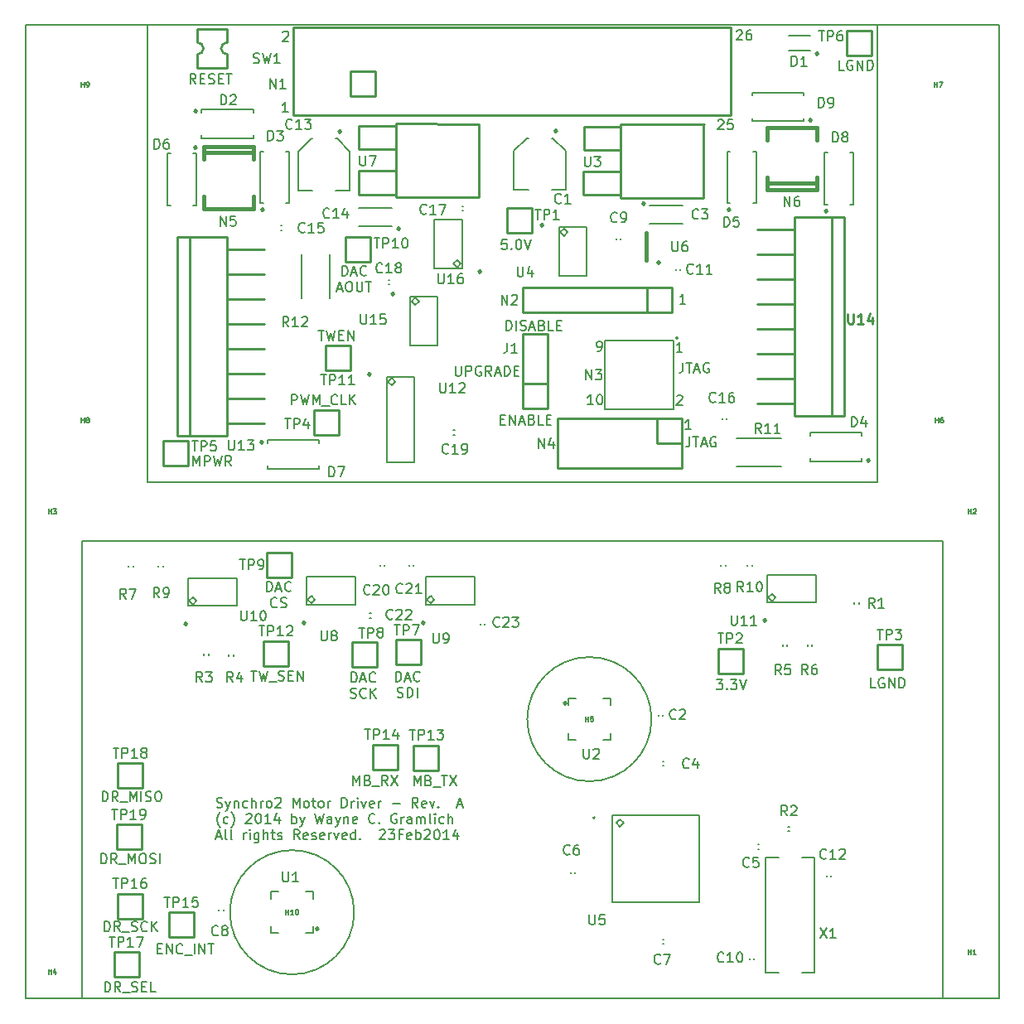
<source format=gto>
%FSLAX34Y34*%
G04 Gerber Fmt 3.4, Leading zero omitted, Abs format*
G04 (created by PCBNEW (2014-02-21 BZR 4712)-product) date Tue 25 Feb 2014 10:55:41 PM PST*
%MOIN*%
G01*
G70*
G90*
G04 APERTURE LIST*
%ADD10C,0.005906*%
%ADD11C,0.008000*%
%ADD12C,0.007874*%
%ADD13C,0.007000*%
%ADD14C,0.010000*%
%ADD15C,0.015000*%
%ADD16C,0.005900*%
%ADD17C,0.020000*%
%ADD18C,0.005000*%
G04 APERTURE END LIST*
G54D10*
G54D11*
X37089Y-33499D02*
X37089Y-33823D01*
X37108Y-33861D01*
X37127Y-33880D01*
X37165Y-33899D01*
X37242Y-33899D01*
X37280Y-33880D01*
X37299Y-33861D01*
X37318Y-33823D01*
X37318Y-33499D01*
X37508Y-33899D02*
X37508Y-33499D01*
X37661Y-33499D01*
X37699Y-33518D01*
X37718Y-33537D01*
X37737Y-33575D01*
X37737Y-33632D01*
X37718Y-33670D01*
X37699Y-33689D01*
X37661Y-33708D01*
X37508Y-33708D01*
X38118Y-33518D02*
X38080Y-33499D01*
X38022Y-33499D01*
X37965Y-33518D01*
X37927Y-33556D01*
X37908Y-33594D01*
X37889Y-33670D01*
X37889Y-33728D01*
X37908Y-33804D01*
X37927Y-33842D01*
X37965Y-33880D01*
X38022Y-33899D01*
X38061Y-33899D01*
X38118Y-33880D01*
X38137Y-33861D01*
X38137Y-33728D01*
X38061Y-33728D01*
X38537Y-33899D02*
X38403Y-33708D01*
X38308Y-33899D02*
X38308Y-33499D01*
X38461Y-33499D01*
X38499Y-33518D01*
X38518Y-33537D01*
X38537Y-33575D01*
X38537Y-33632D01*
X38518Y-33670D01*
X38499Y-33689D01*
X38461Y-33708D01*
X38308Y-33708D01*
X38689Y-33785D02*
X38880Y-33785D01*
X38651Y-33899D02*
X38784Y-33499D01*
X38918Y-33899D01*
X39051Y-33899D02*
X39051Y-33499D01*
X39146Y-33499D01*
X39203Y-33518D01*
X39242Y-33556D01*
X39261Y-33594D01*
X39280Y-33670D01*
X39280Y-33728D01*
X39261Y-33804D01*
X39242Y-33842D01*
X39203Y-33880D01*
X39146Y-33899D01*
X39051Y-33899D01*
X39451Y-33689D02*
X39584Y-33689D01*
X39642Y-33899D02*
X39451Y-33899D01*
X39451Y-33499D01*
X39642Y-33499D01*
X27479Y-51252D02*
X27536Y-51271D01*
X27632Y-51271D01*
X27670Y-51252D01*
X27689Y-51233D01*
X27708Y-51195D01*
X27708Y-51156D01*
X27689Y-51118D01*
X27670Y-51099D01*
X27632Y-51080D01*
X27555Y-51061D01*
X27517Y-51042D01*
X27498Y-51023D01*
X27479Y-50985D01*
X27479Y-50947D01*
X27498Y-50909D01*
X27517Y-50890D01*
X27555Y-50871D01*
X27651Y-50871D01*
X27708Y-50890D01*
X27841Y-51004D02*
X27936Y-51271D01*
X28032Y-51004D02*
X27936Y-51271D01*
X27898Y-51366D01*
X27879Y-51385D01*
X27841Y-51404D01*
X28184Y-51004D02*
X28184Y-51271D01*
X28184Y-51042D02*
X28203Y-51023D01*
X28241Y-51004D01*
X28298Y-51004D01*
X28336Y-51023D01*
X28355Y-51061D01*
X28355Y-51271D01*
X28717Y-51252D02*
X28679Y-51271D01*
X28603Y-51271D01*
X28565Y-51252D01*
X28546Y-51233D01*
X28527Y-51195D01*
X28527Y-51080D01*
X28546Y-51042D01*
X28565Y-51023D01*
X28603Y-51004D01*
X28679Y-51004D01*
X28717Y-51023D01*
X28889Y-51271D02*
X28889Y-50871D01*
X29060Y-51271D02*
X29060Y-51061D01*
X29041Y-51023D01*
X29003Y-51004D01*
X28946Y-51004D01*
X28908Y-51023D01*
X28889Y-51042D01*
X29251Y-51271D02*
X29251Y-51004D01*
X29251Y-51080D02*
X29270Y-51042D01*
X29289Y-51023D01*
X29327Y-51004D01*
X29365Y-51004D01*
X29555Y-51271D02*
X29517Y-51252D01*
X29498Y-51233D01*
X29479Y-51195D01*
X29479Y-51080D01*
X29498Y-51042D01*
X29517Y-51023D01*
X29555Y-51004D01*
X29613Y-51004D01*
X29651Y-51023D01*
X29670Y-51042D01*
X29689Y-51080D01*
X29689Y-51195D01*
X29670Y-51233D01*
X29651Y-51252D01*
X29613Y-51271D01*
X29555Y-51271D01*
X29841Y-50909D02*
X29860Y-50890D01*
X29898Y-50871D01*
X29994Y-50871D01*
X30032Y-50890D01*
X30051Y-50909D01*
X30070Y-50947D01*
X30070Y-50985D01*
X30051Y-51042D01*
X29822Y-51271D01*
X30070Y-51271D01*
X30546Y-51271D02*
X30546Y-50871D01*
X30679Y-51156D01*
X30813Y-50871D01*
X30813Y-51271D01*
X31060Y-51271D02*
X31022Y-51252D01*
X31003Y-51233D01*
X30984Y-51195D01*
X30984Y-51080D01*
X31003Y-51042D01*
X31022Y-51023D01*
X31060Y-51004D01*
X31117Y-51004D01*
X31155Y-51023D01*
X31174Y-51042D01*
X31194Y-51080D01*
X31194Y-51195D01*
X31174Y-51233D01*
X31155Y-51252D01*
X31117Y-51271D01*
X31060Y-51271D01*
X31308Y-51004D02*
X31460Y-51004D01*
X31365Y-50871D02*
X31365Y-51214D01*
X31384Y-51252D01*
X31422Y-51271D01*
X31460Y-51271D01*
X31651Y-51271D02*
X31613Y-51252D01*
X31594Y-51233D01*
X31574Y-51195D01*
X31574Y-51080D01*
X31594Y-51042D01*
X31613Y-51023D01*
X31651Y-51004D01*
X31708Y-51004D01*
X31746Y-51023D01*
X31765Y-51042D01*
X31784Y-51080D01*
X31784Y-51195D01*
X31765Y-51233D01*
X31746Y-51252D01*
X31708Y-51271D01*
X31651Y-51271D01*
X31955Y-51271D02*
X31955Y-51004D01*
X31955Y-51080D02*
X31974Y-51042D01*
X31994Y-51023D01*
X32032Y-51004D01*
X32070Y-51004D01*
X32508Y-51271D02*
X32508Y-50871D01*
X32603Y-50871D01*
X32660Y-50890D01*
X32698Y-50928D01*
X32717Y-50966D01*
X32736Y-51042D01*
X32736Y-51099D01*
X32717Y-51176D01*
X32698Y-51214D01*
X32660Y-51252D01*
X32603Y-51271D01*
X32508Y-51271D01*
X32908Y-51271D02*
X32908Y-51004D01*
X32908Y-51080D02*
X32927Y-51042D01*
X32946Y-51023D01*
X32984Y-51004D01*
X33022Y-51004D01*
X33155Y-51271D02*
X33155Y-51004D01*
X33155Y-50871D02*
X33136Y-50890D01*
X33155Y-50909D01*
X33174Y-50890D01*
X33155Y-50871D01*
X33155Y-50909D01*
X33308Y-51004D02*
X33403Y-51271D01*
X33498Y-51004D01*
X33803Y-51252D02*
X33765Y-51271D01*
X33689Y-51271D01*
X33651Y-51252D01*
X33632Y-51214D01*
X33632Y-51061D01*
X33651Y-51023D01*
X33689Y-51004D01*
X33765Y-51004D01*
X33803Y-51023D01*
X33822Y-51061D01*
X33822Y-51099D01*
X33632Y-51137D01*
X33994Y-51271D02*
X33994Y-51004D01*
X33994Y-51080D02*
X34013Y-51042D01*
X34032Y-51023D01*
X34070Y-51004D01*
X34108Y-51004D01*
X34546Y-51118D02*
X34851Y-51118D01*
X35574Y-51271D02*
X35441Y-51080D01*
X35346Y-51271D02*
X35346Y-50871D01*
X35498Y-50871D01*
X35536Y-50890D01*
X35555Y-50909D01*
X35574Y-50947D01*
X35574Y-51004D01*
X35555Y-51042D01*
X35536Y-51061D01*
X35498Y-51080D01*
X35346Y-51080D01*
X35898Y-51252D02*
X35860Y-51271D01*
X35784Y-51271D01*
X35746Y-51252D01*
X35727Y-51214D01*
X35727Y-51061D01*
X35746Y-51023D01*
X35784Y-51004D01*
X35860Y-51004D01*
X35898Y-51023D01*
X35917Y-51061D01*
X35917Y-51099D01*
X35727Y-51137D01*
X36051Y-51004D02*
X36146Y-51271D01*
X36241Y-51004D01*
X36394Y-51233D02*
X36413Y-51252D01*
X36394Y-51271D01*
X36374Y-51252D01*
X36394Y-51233D01*
X36394Y-51271D01*
X37174Y-51156D02*
X37365Y-51156D01*
X37136Y-51271D02*
X37270Y-50871D01*
X37403Y-51271D01*
X27613Y-52063D02*
X27594Y-52044D01*
X27555Y-51987D01*
X27536Y-51949D01*
X27517Y-51892D01*
X27498Y-51796D01*
X27498Y-51720D01*
X27517Y-51625D01*
X27536Y-51568D01*
X27555Y-51530D01*
X27594Y-51473D01*
X27613Y-51454D01*
X27936Y-51892D02*
X27898Y-51911D01*
X27822Y-51911D01*
X27784Y-51892D01*
X27765Y-51873D01*
X27746Y-51835D01*
X27746Y-51720D01*
X27765Y-51682D01*
X27784Y-51663D01*
X27822Y-51644D01*
X27898Y-51644D01*
X27936Y-51663D01*
X28070Y-52063D02*
X28089Y-52044D01*
X28127Y-51987D01*
X28146Y-51949D01*
X28165Y-51892D01*
X28184Y-51796D01*
X28184Y-51720D01*
X28165Y-51625D01*
X28146Y-51568D01*
X28127Y-51530D01*
X28089Y-51473D01*
X28070Y-51454D01*
X28660Y-51549D02*
X28679Y-51530D01*
X28717Y-51511D01*
X28813Y-51511D01*
X28851Y-51530D01*
X28870Y-51549D01*
X28889Y-51587D01*
X28889Y-51625D01*
X28870Y-51682D01*
X28641Y-51911D01*
X28889Y-51911D01*
X29136Y-51511D02*
X29174Y-51511D01*
X29213Y-51530D01*
X29232Y-51549D01*
X29251Y-51587D01*
X29270Y-51663D01*
X29270Y-51758D01*
X29251Y-51835D01*
X29232Y-51873D01*
X29213Y-51892D01*
X29174Y-51911D01*
X29136Y-51911D01*
X29098Y-51892D01*
X29079Y-51873D01*
X29060Y-51835D01*
X29041Y-51758D01*
X29041Y-51663D01*
X29060Y-51587D01*
X29079Y-51549D01*
X29098Y-51530D01*
X29136Y-51511D01*
X29651Y-51911D02*
X29422Y-51911D01*
X29536Y-51911D02*
X29536Y-51511D01*
X29498Y-51568D01*
X29460Y-51606D01*
X29422Y-51625D01*
X29994Y-51644D02*
X29994Y-51911D01*
X29898Y-51492D02*
X29803Y-51777D01*
X30051Y-51777D01*
X30508Y-51911D02*
X30508Y-51511D01*
X30508Y-51663D02*
X30546Y-51644D01*
X30622Y-51644D01*
X30660Y-51663D01*
X30679Y-51682D01*
X30698Y-51720D01*
X30698Y-51835D01*
X30679Y-51873D01*
X30660Y-51892D01*
X30622Y-51911D01*
X30546Y-51911D01*
X30508Y-51892D01*
X30832Y-51644D02*
X30927Y-51911D01*
X31022Y-51644D02*
X30927Y-51911D01*
X30889Y-52006D01*
X30870Y-52025D01*
X30832Y-52044D01*
X31441Y-51511D02*
X31536Y-51911D01*
X31613Y-51625D01*
X31689Y-51911D01*
X31784Y-51511D01*
X32108Y-51911D02*
X32108Y-51701D01*
X32089Y-51663D01*
X32051Y-51644D01*
X31974Y-51644D01*
X31936Y-51663D01*
X32108Y-51892D02*
X32070Y-51911D01*
X31974Y-51911D01*
X31936Y-51892D01*
X31917Y-51854D01*
X31917Y-51816D01*
X31936Y-51777D01*
X31974Y-51758D01*
X32070Y-51758D01*
X32108Y-51739D01*
X32260Y-51644D02*
X32355Y-51911D01*
X32451Y-51644D02*
X32355Y-51911D01*
X32317Y-52006D01*
X32298Y-52025D01*
X32260Y-52044D01*
X32603Y-51644D02*
X32603Y-51911D01*
X32603Y-51682D02*
X32622Y-51663D01*
X32660Y-51644D01*
X32717Y-51644D01*
X32755Y-51663D01*
X32774Y-51701D01*
X32774Y-51911D01*
X33117Y-51892D02*
X33079Y-51911D01*
X33003Y-51911D01*
X32965Y-51892D01*
X32946Y-51854D01*
X32946Y-51701D01*
X32965Y-51663D01*
X33003Y-51644D01*
X33079Y-51644D01*
X33117Y-51663D01*
X33136Y-51701D01*
X33136Y-51739D01*
X32946Y-51777D01*
X33841Y-51873D02*
X33822Y-51892D01*
X33765Y-51911D01*
X33727Y-51911D01*
X33670Y-51892D01*
X33632Y-51854D01*
X33613Y-51816D01*
X33594Y-51739D01*
X33594Y-51682D01*
X33613Y-51606D01*
X33632Y-51568D01*
X33670Y-51530D01*
X33727Y-51511D01*
X33765Y-51511D01*
X33822Y-51530D01*
X33841Y-51549D01*
X34013Y-51873D02*
X34032Y-51892D01*
X34013Y-51911D01*
X33994Y-51892D01*
X34013Y-51873D01*
X34013Y-51911D01*
X34717Y-51530D02*
X34679Y-51511D01*
X34622Y-51511D01*
X34565Y-51530D01*
X34527Y-51568D01*
X34508Y-51606D01*
X34489Y-51682D01*
X34489Y-51739D01*
X34508Y-51816D01*
X34527Y-51854D01*
X34565Y-51892D01*
X34622Y-51911D01*
X34660Y-51911D01*
X34717Y-51892D01*
X34736Y-51873D01*
X34736Y-51739D01*
X34660Y-51739D01*
X34908Y-51911D02*
X34908Y-51644D01*
X34908Y-51720D02*
X34927Y-51682D01*
X34946Y-51663D01*
X34984Y-51644D01*
X35022Y-51644D01*
X35327Y-51911D02*
X35327Y-51701D01*
X35308Y-51663D01*
X35270Y-51644D01*
X35194Y-51644D01*
X35155Y-51663D01*
X35327Y-51892D02*
X35289Y-51911D01*
X35194Y-51911D01*
X35155Y-51892D01*
X35136Y-51854D01*
X35136Y-51816D01*
X35155Y-51777D01*
X35194Y-51758D01*
X35289Y-51758D01*
X35327Y-51739D01*
X35517Y-51911D02*
X35517Y-51644D01*
X35517Y-51682D02*
X35536Y-51663D01*
X35574Y-51644D01*
X35632Y-51644D01*
X35670Y-51663D01*
X35689Y-51701D01*
X35689Y-51911D01*
X35689Y-51701D02*
X35708Y-51663D01*
X35746Y-51644D01*
X35803Y-51644D01*
X35841Y-51663D01*
X35860Y-51701D01*
X35860Y-51911D01*
X36108Y-51911D02*
X36070Y-51892D01*
X36051Y-51854D01*
X36051Y-51511D01*
X36260Y-51911D02*
X36260Y-51644D01*
X36260Y-51511D02*
X36241Y-51530D01*
X36260Y-51549D01*
X36279Y-51530D01*
X36260Y-51511D01*
X36260Y-51549D01*
X36622Y-51892D02*
X36584Y-51911D01*
X36508Y-51911D01*
X36470Y-51892D01*
X36451Y-51873D01*
X36432Y-51835D01*
X36432Y-51720D01*
X36451Y-51682D01*
X36470Y-51663D01*
X36508Y-51644D01*
X36584Y-51644D01*
X36622Y-51663D01*
X36794Y-51911D02*
X36794Y-51511D01*
X36965Y-51911D02*
X36965Y-51701D01*
X36946Y-51663D01*
X36908Y-51644D01*
X36851Y-51644D01*
X36813Y-51663D01*
X36794Y-51682D01*
X27479Y-52436D02*
X27670Y-52436D01*
X27441Y-52551D02*
X27574Y-52151D01*
X27708Y-52551D01*
X27898Y-52551D02*
X27860Y-52532D01*
X27841Y-52494D01*
X27841Y-52151D01*
X28108Y-52551D02*
X28070Y-52532D01*
X28051Y-52494D01*
X28051Y-52151D01*
X28565Y-52551D02*
X28565Y-52284D01*
X28565Y-52360D02*
X28584Y-52322D01*
X28603Y-52303D01*
X28641Y-52284D01*
X28679Y-52284D01*
X28813Y-52551D02*
X28813Y-52284D01*
X28813Y-52151D02*
X28794Y-52170D01*
X28813Y-52189D01*
X28832Y-52170D01*
X28813Y-52151D01*
X28813Y-52189D01*
X29174Y-52284D02*
X29174Y-52608D01*
X29155Y-52646D01*
X29136Y-52665D01*
X29098Y-52684D01*
X29041Y-52684D01*
X29003Y-52665D01*
X29174Y-52532D02*
X29136Y-52551D01*
X29060Y-52551D01*
X29022Y-52532D01*
X29003Y-52513D01*
X28984Y-52475D01*
X28984Y-52360D01*
X29003Y-52322D01*
X29022Y-52303D01*
X29060Y-52284D01*
X29136Y-52284D01*
X29174Y-52303D01*
X29365Y-52551D02*
X29365Y-52151D01*
X29536Y-52551D02*
X29536Y-52341D01*
X29517Y-52303D01*
X29479Y-52284D01*
X29422Y-52284D01*
X29384Y-52303D01*
X29365Y-52322D01*
X29670Y-52284D02*
X29822Y-52284D01*
X29727Y-52151D02*
X29727Y-52494D01*
X29746Y-52532D01*
X29784Y-52551D01*
X29822Y-52551D01*
X29936Y-52532D02*
X29974Y-52551D01*
X30051Y-52551D01*
X30089Y-52532D01*
X30108Y-52494D01*
X30108Y-52475D01*
X30089Y-52436D01*
X30051Y-52417D01*
X29994Y-52417D01*
X29955Y-52398D01*
X29936Y-52360D01*
X29936Y-52341D01*
X29955Y-52303D01*
X29994Y-52284D01*
X30051Y-52284D01*
X30089Y-52303D01*
X30813Y-52551D02*
X30679Y-52360D01*
X30584Y-52551D02*
X30584Y-52151D01*
X30736Y-52151D01*
X30774Y-52170D01*
X30794Y-52189D01*
X30813Y-52227D01*
X30813Y-52284D01*
X30794Y-52322D01*
X30774Y-52341D01*
X30736Y-52360D01*
X30584Y-52360D01*
X31136Y-52532D02*
X31098Y-52551D01*
X31022Y-52551D01*
X30984Y-52532D01*
X30965Y-52494D01*
X30965Y-52341D01*
X30984Y-52303D01*
X31022Y-52284D01*
X31098Y-52284D01*
X31136Y-52303D01*
X31155Y-52341D01*
X31155Y-52379D01*
X30965Y-52417D01*
X31308Y-52532D02*
X31346Y-52551D01*
X31422Y-52551D01*
X31460Y-52532D01*
X31479Y-52494D01*
X31479Y-52475D01*
X31460Y-52436D01*
X31422Y-52417D01*
X31365Y-52417D01*
X31327Y-52398D01*
X31308Y-52360D01*
X31308Y-52341D01*
X31327Y-52303D01*
X31365Y-52284D01*
X31422Y-52284D01*
X31460Y-52303D01*
X31803Y-52532D02*
X31765Y-52551D01*
X31689Y-52551D01*
X31651Y-52532D01*
X31632Y-52494D01*
X31632Y-52341D01*
X31651Y-52303D01*
X31689Y-52284D01*
X31765Y-52284D01*
X31803Y-52303D01*
X31822Y-52341D01*
X31822Y-52379D01*
X31632Y-52417D01*
X31994Y-52551D02*
X31994Y-52284D01*
X31994Y-52360D02*
X32013Y-52322D01*
X32032Y-52303D01*
X32070Y-52284D01*
X32108Y-52284D01*
X32203Y-52284D02*
X32298Y-52551D01*
X32394Y-52284D01*
X32698Y-52532D02*
X32660Y-52551D01*
X32584Y-52551D01*
X32546Y-52532D01*
X32527Y-52494D01*
X32527Y-52341D01*
X32546Y-52303D01*
X32584Y-52284D01*
X32660Y-52284D01*
X32698Y-52303D01*
X32717Y-52341D01*
X32717Y-52379D01*
X32527Y-52417D01*
X33060Y-52551D02*
X33060Y-52151D01*
X33060Y-52532D02*
X33022Y-52551D01*
X32946Y-52551D01*
X32908Y-52532D01*
X32889Y-52513D01*
X32870Y-52475D01*
X32870Y-52360D01*
X32889Y-52322D01*
X32908Y-52303D01*
X32946Y-52284D01*
X33022Y-52284D01*
X33060Y-52303D01*
X33251Y-52513D02*
X33270Y-52532D01*
X33251Y-52551D01*
X33232Y-52532D01*
X33251Y-52513D01*
X33251Y-52551D01*
X34032Y-52189D02*
X34051Y-52170D01*
X34089Y-52151D01*
X34184Y-52151D01*
X34222Y-52170D01*
X34241Y-52189D01*
X34260Y-52227D01*
X34260Y-52265D01*
X34241Y-52322D01*
X34013Y-52551D01*
X34260Y-52551D01*
X34394Y-52151D02*
X34641Y-52151D01*
X34508Y-52303D01*
X34565Y-52303D01*
X34603Y-52322D01*
X34622Y-52341D01*
X34641Y-52379D01*
X34641Y-52475D01*
X34622Y-52513D01*
X34603Y-52532D01*
X34565Y-52551D01*
X34451Y-52551D01*
X34413Y-52532D01*
X34394Y-52513D01*
X34946Y-52341D02*
X34813Y-52341D01*
X34813Y-52551D02*
X34813Y-52151D01*
X35003Y-52151D01*
X35308Y-52532D02*
X35270Y-52551D01*
X35194Y-52551D01*
X35155Y-52532D01*
X35136Y-52494D01*
X35136Y-52341D01*
X35155Y-52303D01*
X35194Y-52284D01*
X35270Y-52284D01*
X35308Y-52303D01*
X35327Y-52341D01*
X35327Y-52379D01*
X35136Y-52417D01*
X35498Y-52551D02*
X35498Y-52151D01*
X35498Y-52303D02*
X35536Y-52284D01*
X35613Y-52284D01*
X35651Y-52303D01*
X35670Y-52322D01*
X35689Y-52360D01*
X35689Y-52475D01*
X35670Y-52513D01*
X35651Y-52532D01*
X35613Y-52551D01*
X35536Y-52551D01*
X35498Y-52532D01*
X35841Y-52189D02*
X35860Y-52170D01*
X35898Y-52151D01*
X35994Y-52151D01*
X36032Y-52170D01*
X36051Y-52189D01*
X36070Y-52227D01*
X36070Y-52265D01*
X36051Y-52322D01*
X35822Y-52551D01*
X36070Y-52551D01*
X36317Y-52151D02*
X36355Y-52151D01*
X36394Y-52170D01*
X36413Y-52189D01*
X36432Y-52227D01*
X36451Y-52303D01*
X36451Y-52398D01*
X36432Y-52475D01*
X36413Y-52513D01*
X36394Y-52532D01*
X36355Y-52551D01*
X36317Y-52551D01*
X36279Y-52532D01*
X36260Y-52513D01*
X36241Y-52475D01*
X36222Y-52398D01*
X36222Y-52303D01*
X36241Y-52227D01*
X36260Y-52189D01*
X36279Y-52170D01*
X36317Y-52151D01*
X36832Y-52551D02*
X36603Y-52551D01*
X36717Y-52551D02*
X36717Y-52151D01*
X36679Y-52208D01*
X36641Y-52246D01*
X36603Y-52265D01*
X37174Y-52284D02*
X37174Y-52551D01*
X37079Y-52132D02*
X36984Y-52417D01*
X37232Y-52417D01*
G54D12*
X44976Y-47712D02*
G75*
G03X44976Y-47712I-2500J0D01*
G74*
G01*
X33011Y-55482D02*
G75*
G03X33011Y-55482I-2499J0D01*
G74*
G01*
G54D11*
X46565Y-36049D02*
X46336Y-36049D01*
X46450Y-36049D02*
X46450Y-35649D01*
X46412Y-35706D01*
X46374Y-35744D01*
X46336Y-35763D01*
X25094Y-56949D02*
X25227Y-56949D01*
X25284Y-57159D02*
X25094Y-57159D01*
X25094Y-56759D01*
X25284Y-56759D01*
X25455Y-57159D02*
X25455Y-56759D01*
X25684Y-57159D01*
X25684Y-56759D01*
X26103Y-57121D02*
X26084Y-57140D01*
X26027Y-57159D01*
X25989Y-57159D01*
X25932Y-57140D01*
X25894Y-57102D01*
X25875Y-57064D01*
X25855Y-56987D01*
X25855Y-56930D01*
X25875Y-56854D01*
X25894Y-56816D01*
X25932Y-56778D01*
X25989Y-56759D01*
X26027Y-56759D01*
X26084Y-56778D01*
X26103Y-56797D01*
X26179Y-57197D02*
X26484Y-57197D01*
X26579Y-57159D02*
X26579Y-56759D01*
X26770Y-57159D02*
X26770Y-56759D01*
X26998Y-57159D01*
X26998Y-56759D01*
X27132Y-56759D02*
X27360Y-56759D01*
X27246Y-57159D02*
X27246Y-56759D01*
X22979Y-58682D02*
X22979Y-58282D01*
X23075Y-58282D01*
X23132Y-58301D01*
X23170Y-58340D01*
X23189Y-58378D01*
X23208Y-58454D01*
X23208Y-58511D01*
X23189Y-58587D01*
X23170Y-58625D01*
X23132Y-58663D01*
X23075Y-58682D01*
X22979Y-58682D01*
X23608Y-58682D02*
X23475Y-58492D01*
X23379Y-58682D02*
X23379Y-58282D01*
X23532Y-58282D01*
X23570Y-58301D01*
X23589Y-58321D01*
X23608Y-58359D01*
X23608Y-58416D01*
X23589Y-58454D01*
X23570Y-58473D01*
X23532Y-58492D01*
X23379Y-58492D01*
X23684Y-58721D02*
X23989Y-58721D01*
X24065Y-58663D02*
X24122Y-58682D01*
X24218Y-58682D01*
X24256Y-58663D01*
X24275Y-58644D01*
X24294Y-58606D01*
X24294Y-58568D01*
X24275Y-58530D01*
X24256Y-58511D01*
X24218Y-58492D01*
X24141Y-58473D01*
X24103Y-58454D01*
X24084Y-58435D01*
X24065Y-58397D01*
X24065Y-58359D01*
X24084Y-58321D01*
X24103Y-58301D01*
X24141Y-58282D01*
X24237Y-58282D01*
X24294Y-58301D01*
X24465Y-58473D02*
X24599Y-58473D01*
X24656Y-58682D02*
X24465Y-58682D01*
X24465Y-58282D01*
X24656Y-58282D01*
X25018Y-58682D02*
X24827Y-58682D01*
X24827Y-58282D01*
X22966Y-56249D02*
X22966Y-55849D01*
X23061Y-55849D01*
X23118Y-55868D01*
X23156Y-55906D01*
X23175Y-55945D01*
X23194Y-56021D01*
X23194Y-56078D01*
X23175Y-56154D01*
X23156Y-56192D01*
X23118Y-56230D01*
X23061Y-56249D01*
X22966Y-56249D01*
X23594Y-56249D02*
X23461Y-56059D01*
X23366Y-56249D02*
X23366Y-55849D01*
X23518Y-55849D01*
X23556Y-55868D01*
X23575Y-55887D01*
X23594Y-55926D01*
X23594Y-55983D01*
X23575Y-56021D01*
X23556Y-56040D01*
X23518Y-56059D01*
X23366Y-56059D01*
X23670Y-56287D02*
X23975Y-56287D01*
X24051Y-56230D02*
X24109Y-56249D01*
X24204Y-56249D01*
X24242Y-56230D01*
X24261Y-56211D01*
X24280Y-56173D01*
X24280Y-56135D01*
X24261Y-56097D01*
X24242Y-56078D01*
X24204Y-56059D01*
X24128Y-56040D01*
X24089Y-56021D01*
X24070Y-56002D01*
X24051Y-55964D01*
X24051Y-55926D01*
X24070Y-55887D01*
X24089Y-55868D01*
X24128Y-55849D01*
X24223Y-55849D01*
X24280Y-55868D01*
X24680Y-56211D02*
X24661Y-56230D01*
X24604Y-56249D01*
X24566Y-56249D01*
X24509Y-56230D01*
X24470Y-56192D01*
X24451Y-56154D01*
X24432Y-56078D01*
X24432Y-56021D01*
X24451Y-55945D01*
X24470Y-55906D01*
X24509Y-55868D01*
X24566Y-55849D01*
X24604Y-55849D01*
X24661Y-55868D01*
X24680Y-55887D01*
X24851Y-56249D02*
X24851Y-55849D01*
X25080Y-56249D02*
X24909Y-56021D01*
X25080Y-55849D02*
X24851Y-56078D01*
X22832Y-53521D02*
X22832Y-53121D01*
X22928Y-53121D01*
X22985Y-53140D01*
X23023Y-53178D01*
X23042Y-53216D01*
X23061Y-53292D01*
X23061Y-53350D01*
X23042Y-53426D01*
X23023Y-53464D01*
X22985Y-53502D01*
X22928Y-53521D01*
X22832Y-53521D01*
X23461Y-53521D02*
X23328Y-53331D01*
X23232Y-53521D02*
X23232Y-53121D01*
X23385Y-53121D01*
X23423Y-53140D01*
X23442Y-53159D01*
X23461Y-53197D01*
X23461Y-53254D01*
X23442Y-53292D01*
X23423Y-53311D01*
X23385Y-53331D01*
X23232Y-53331D01*
X23537Y-53559D02*
X23842Y-53559D01*
X23937Y-53521D02*
X23937Y-53121D01*
X24070Y-53407D01*
X24204Y-53121D01*
X24204Y-53521D01*
X24470Y-53121D02*
X24547Y-53121D01*
X24585Y-53140D01*
X24623Y-53178D01*
X24642Y-53254D01*
X24642Y-53388D01*
X24623Y-53464D01*
X24585Y-53502D01*
X24547Y-53521D01*
X24470Y-53521D01*
X24432Y-53502D01*
X24394Y-53464D01*
X24375Y-53388D01*
X24375Y-53254D01*
X24394Y-53178D01*
X24432Y-53140D01*
X24470Y-53121D01*
X24794Y-53502D02*
X24851Y-53521D01*
X24947Y-53521D01*
X24985Y-53502D01*
X25004Y-53483D01*
X25023Y-53445D01*
X25023Y-53407D01*
X25004Y-53369D01*
X24985Y-53350D01*
X24947Y-53331D01*
X24870Y-53311D01*
X24832Y-53292D01*
X24813Y-53273D01*
X24794Y-53235D01*
X24794Y-53197D01*
X24813Y-53159D01*
X24832Y-53140D01*
X24870Y-53121D01*
X24966Y-53121D01*
X25023Y-53140D01*
X25194Y-53521D02*
X25194Y-53121D01*
X22880Y-51017D02*
X22880Y-50617D01*
X22975Y-50617D01*
X23032Y-50636D01*
X23070Y-50674D01*
X23089Y-50712D01*
X23108Y-50788D01*
X23108Y-50846D01*
X23089Y-50922D01*
X23070Y-50960D01*
X23032Y-50998D01*
X22975Y-51017D01*
X22880Y-51017D01*
X23508Y-51017D02*
X23375Y-50827D01*
X23280Y-51017D02*
X23280Y-50617D01*
X23432Y-50617D01*
X23470Y-50636D01*
X23489Y-50655D01*
X23508Y-50693D01*
X23508Y-50750D01*
X23489Y-50788D01*
X23470Y-50808D01*
X23432Y-50827D01*
X23280Y-50827D01*
X23584Y-51055D02*
X23889Y-51055D01*
X23984Y-51017D02*
X23984Y-50617D01*
X24118Y-50903D01*
X24251Y-50617D01*
X24251Y-51017D01*
X24441Y-51017D02*
X24441Y-50617D01*
X24613Y-50998D02*
X24670Y-51017D01*
X24765Y-51017D01*
X24803Y-50998D01*
X24822Y-50979D01*
X24841Y-50941D01*
X24841Y-50903D01*
X24822Y-50865D01*
X24803Y-50846D01*
X24765Y-50827D01*
X24689Y-50808D01*
X24651Y-50788D01*
X24632Y-50769D01*
X24613Y-50731D01*
X24613Y-50693D01*
X24632Y-50655D01*
X24651Y-50636D01*
X24689Y-50617D01*
X24784Y-50617D01*
X24841Y-50636D01*
X25089Y-50617D02*
X25165Y-50617D01*
X25203Y-50636D01*
X25241Y-50674D01*
X25261Y-50750D01*
X25261Y-50884D01*
X25241Y-50960D01*
X25203Y-50998D01*
X25165Y-51017D01*
X25089Y-51017D01*
X25051Y-50998D01*
X25013Y-50960D01*
X24994Y-50884D01*
X24994Y-50750D01*
X25013Y-50674D01*
X25051Y-50636D01*
X25089Y-50617D01*
X32972Y-50371D02*
X32972Y-49971D01*
X33105Y-50257D01*
X33238Y-49971D01*
X33238Y-50371D01*
X33562Y-50162D02*
X33619Y-50181D01*
X33638Y-50200D01*
X33657Y-50238D01*
X33657Y-50295D01*
X33638Y-50333D01*
X33619Y-50352D01*
X33581Y-50371D01*
X33429Y-50371D01*
X33429Y-49971D01*
X33562Y-49971D01*
X33600Y-49990D01*
X33619Y-50009D01*
X33638Y-50048D01*
X33638Y-50086D01*
X33619Y-50124D01*
X33600Y-50143D01*
X33562Y-50162D01*
X33429Y-50162D01*
X33734Y-50409D02*
X34038Y-50409D01*
X34362Y-50371D02*
X34229Y-50181D01*
X34134Y-50371D02*
X34134Y-49971D01*
X34286Y-49971D01*
X34324Y-49990D01*
X34343Y-50009D01*
X34362Y-50048D01*
X34362Y-50105D01*
X34343Y-50143D01*
X34324Y-50162D01*
X34286Y-50181D01*
X34134Y-50181D01*
X34496Y-49971D02*
X34762Y-50371D01*
X34762Y-49971D02*
X34496Y-50371D01*
X35421Y-50391D02*
X35421Y-49991D01*
X35554Y-50277D01*
X35688Y-49991D01*
X35688Y-50391D01*
X36011Y-50182D02*
X36069Y-50201D01*
X36088Y-50220D01*
X36107Y-50258D01*
X36107Y-50315D01*
X36088Y-50353D01*
X36069Y-50372D01*
X36030Y-50391D01*
X35878Y-50391D01*
X35878Y-49991D01*
X36011Y-49991D01*
X36050Y-50010D01*
X36069Y-50029D01*
X36088Y-50067D01*
X36088Y-50105D01*
X36069Y-50143D01*
X36050Y-50163D01*
X36011Y-50182D01*
X35878Y-50182D01*
X36183Y-50429D02*
X36488Y-50429D01*
X36526Y-49991D02*
X36754Y-49991D01*
X36640Y-50391D02*
X36640Y-49991D01*
X36850Y-49991D02*
X37116Y-50391D01*
X37116Y-49991D02*
X36850Y-50391D01*
X53984Y-46446D02*
X53794Y-46446D01*
X53794Y-46046D01*
X54327Y-46065D02*
X54289Y-46046D01*
X54232Y-46046D01*
X54175Y-46065D01*
X54137Y-46103D01*
X54118Y-46141D01*
X54099Y-46218D01*
X54099Y-46275D01*
X54118Y-46351D01*
X54137Y-46389D01*
X54175Y-46427D01*
X54232Y-46446D01*
X54270Y-46446D01*
X54327Y-46427D01*
X54346Y-46408D01*
X54346Y-46275D01*
X54270Y-46275D01*
X54518Y-46446D02*
X54518Y-46046D01*
X54746Y-46446D01*
X54746Y-46046D01*
X54937Y-46446D02*
X54937Y-46046D01*
X55032Y-46046D01*
X55089Y-46065D01*
X55127Y-46103D01*
X55146Y-46141D01*
X55165Y-46218D01*
X55165Y-46275D01*
X55146Y-46351D01*
X55127Y-46389D01*
X55089Y-46427D01*
X55032Y-46446D01*
X54937Y-46446D01*
X47588Y-46113D02*
X47836Y-46113D01*
X47702Y-46266D01*
X47760Y-46266D01*
X47798Y-46285D01*
X47817Y-46304D01*
X47836Y-46342D01*
X47836Y-46437D01*
X47817Y-46475D01*
X47798Y-46494D01*
X47760Y-46513D01*
X47645Y-46513D01*
X47607Y-46494D01*
X47588Y-46475D01*
X48007Y-46475D02*
X48026Y-46494D01*
X48007Y-46513D01*
X47988Y-46494D01*
X48007Y-46475D01*
X48007Y-46513D01*
X48160Y-46113D02*
X48407Y-46113D01*
X48274Y-46266D01*
X48331Y-46266D01*
X48369Y-46285D01*
X48388Y-46304D01*
X48407Y-46342D01*
X48407Y-46437D01*
X48388Y-46475D01*
X48369Y-46494D01*
X48331Y-46513D01*
X48217Y-46513D01*
X48179Y-46494D01*
X48160Y-46475D01*
X48521Y-46113D02*
X48655Y-46513D01*
X48788Y-46113D01*
X28862Y-45763D02*
X29091Y-45763D01*
X28977Y-46163D02*
X28977Y-45763D01*
X29186Y-45763D02*
X29281Y-46163D01*
X29358Y-45877D01*
X29434Y-46163D01*
X29529Y-45763D01*
X29586Y-46201D02*
X29891Y-46201D01*
X29967Y-46144D02*
X30024Y-46163D01*
X30119Y-46163D01*
X30158Y-46144D01*
X30177Y-46125D01*
X30196Y-46087D01*
X30196Y-46048D01*
X30177Y-46010D01*
X30158Y-45991D01*
X30119Y-45972D01*
X30043Y-45953D01*
X30005Y-45934D01*
X29986Y-45915D01*
X29967Y-45877D01*
X29967Y-45839D01*
X29986Y-45801D01*
X30005Y-45782D01*
X30043Y-45763D01*
X30138Y-45763D01*
X30196Y-45782D01*
X30367Y-45953D02*
X30500Y-45953D01*
X30558Y-46163D02*
X30367Y-46163D01*
X30367Y-45763D01*
X30558Y-45763D01*
X30729Y-46163D02*
X30729Y-45763D01*
X30958Y-46163D01*
X30958Y-45763D01*
X34683Y-46197D02*
X34683Y-45797D01*
X34778Y-45797D01*
X34835Y-45816D01*
X34873Y-45854D01*
X34892Y-45892D01*
X34911Y-45968D01*
X34911Y-46026D01*
X34892Y-46102D01*
X34873Y-46140D01*
X34835Y-46178D01*
X34778Y-46197D01*
X34683Y-46197D01*
X35064Y-46083D02*
X35254Y-46083D01*
X35026Y-46197D02*
X35159Y-45797D01*
X35292Y-46197D01*
X35654Y-46159D02*
X35635Y-46178D01*
X35578Y-46197D01*
X35540Y-46197D01*
X35483Y-46178D01*
X35445Y-46140D01*
X35426Y-46102D01*
X35407Y-46026D01*
X35407Y-45968D01*
X35426Y-45892D01*
X35445Y-45854D01*
X35483Y-45816D01*
X35540Y-45797D01*
X35578Y-45797D01*
X35635Y-45816D01*
X35654Y-45835D01*
X34749Y-46818D02*
X34807Y-46837D01*
X34902Y-46837D01*
X34940Y-46818D01*
X34959Y-46799D01*
X34978Y-46761D01*
X34978Y-46723D01*
X34959Y-46685D01*
X34940Y-46666D01*
X34902Y-46647D01*
X34826Y-46628D01*
X34788Y-46608D01*
X34768Y-46589D01*
X34749Y-46551D01*
X34749Y-46513D01*
X34768Y-46475D01*
X34788Y-46456D01*
X34826Y-46437D01*
X34921Y-46437D01*
X34978Y-46456D01*
X35149Y-46837D02*
X35149Y-46437D01*
X35245Y-46437D01*
X35302Y-46456D01*
X35340Y-46494D01*
X35359Y-46532D01*
X35378Y-46608D01*
X35378Y-46666D01*
X35359Y-46742D01*
X35340Y-46780D01*
X35302Y-46818D01*
X35245Y-46837D01*
X35149Y-46837D01*
X35549Y-46837D02*
X35549Y-46437D01*
X32899Y-46225D02*
X32899Y-45825D01*
X32995Y-45825D01*
X33052Y-45844D01*
X33090Y-45882D01*
X33109Y-45920D01*
X33128Y-45996D01*
X33128Y-46053D01*
X33109Y-46129D01*
X33090Y-46167D01*
X33052Y-46206D01*
X32995Y-46225D01*
X32899Y-46225D01*
X33280Y-46110D02*
X33471Y-46110D01*
X33242Y-46225D02*
X33375Y-45825D01*
X33509Y-46225D01*
X33871Y-46187D02*
X33852Y-46206D01*
X33795Y-46225D01*
X33756Y-46225D01*
X33699Y-46206D01*
X33661Y-46167D01*
X33642Y-46129D01*
X33623Y-46053D01*
X33623Y-45996D01*
X33642Y-45920D01*
X33661Y-45882D01*
X33699Y-45844D01*
X33756Y-45825D01*
X33795Y-45825D01*
X33852Y-45844D01*
X33871Y-45863D01*
X32861Y-46846D02*
X32918Y-46865D01*
X33014Y-46865D01*
X33052Y-46846D01*
X33071Y-46827D01*
X33090Y-46788D01*
X33090Y-46750D01*
X33071Y-46712D01*
X33052Y-46693D01*
X33014Y-46674D01*
X32937Y-46655D01*
X32899Y-46636D01*
X32880Y-46617D01*
X32861Y-46579D01*
X32861Y-46541D01*
X32880Y-46503D01*
X32899Y-46484D01*
X32937Y-46465D01*
X33033Y-46465D01*
X33090Y-46484D01*
X33490Y-46827D02*
X33471Y-46846D01*
X33414Y-46865D01*
X33375Y-46865D01*
X33318Y-46846D01*
X33280Y-46807D01*
X33261Y-46769D01*
X33242Y-46693D01*
X33242Y-46636D01*
X33261Y-46560D01*
X33280Y-46522D01*
X33318Y-46484D01*
X33375Y-46465D01*
X33414Y-46465D01*
X33471Y-46484D01*
X33490Y-46503D01*
X33661Y-46865D02*
X33661Y-46465D01*
X33890Y-46865D02*
X33718Y-46636D01*
X33890Y-46465D02*
X33661Y-46693D01*
X29494Y-42579D02*
X29494Y-42179D01*
X29589Y-42179D01*
X29646Y-42198D01*
X29684Y-42236D01*
X29703Y-42274D01*
X29722Y-42350D01*
X29722Y-42408D01*
X29703Y-42484D01*
X29684Y-42522D01*
X29646Y-42560D01*
X29589Y-42579D01*
X29494Y-42579D01*
X29875Y-42465D02*
X30065Y-42465D01*
X29837Y-42579D02*
X29970Y-42179D01*
X30103Y-42579D01*
X30465Y-42541D02*
X30446Y-42560D01*
X30389Y-42579D01*
X30351Y-42579D01*
X30294Y-42560D01*
X30256Y-42522D01*
X30237Y-42484D01*
X30218Y-42408D01*
X30218Y-42350D01*
X30237Y-42274D01*
X30256Y-42236D01*
X30294Y-42198D01*
X30351Y-42179D01*
X30389Y-42179D01*
X30446Y-42198D01*
X30465Y-42217D01*
X29903Y-43181D02*
X29884Y-43200D01*
X29827Y-43219D01*
X29789Y-43219D01*
X29732Y-43200D01*
X29694Y-43162D01*
X29675Y-43124D01*
X29656Y-43048D01*
X29656Y-42990D01*
X29675Y-42914D01*
X29694Y-42876D01*
X29732Y-42838D01*
X29789Y-42819D01*
X29827Y-42819D01*
X29884Y-42838D01*
X29903Y-42857D01*
X30056Y-43200D02*
X30113Y-43219D01*
X30208Y-43219D01*
X30246Y-43200D01*
X30265Y-43181D01*
X30284Y-43143D01*
X30284Y-43105D01*
X30265Y-43067D01*
X30246Y-43048D01*
X30208Y-43028D01*
X30132Y-43009D01*
X30094Y-42990D01*
X30075Y-42971D01*
X30056Y-42933D01*
X30056Y-42895D01*
X30075Y-42857D01*
X30094Y-42838D01*
X30132Y-42819D01*
X30227Y-42819D01*
X30284Y-42838D01*
X32525Y-29870D02*
X32525Y-29470D01*
X32621Y-29470D01*
X32678Y-29489D01*
X32716Y-29527D01*
X32735Y-29566D01*
X32754Y-29642D01*
X32754Y-29699D01*
X32735Y-29775D01*
X32716Y-29813D01*
X32678Y-29851D01*
X32621Y-29870D01*
X32525Y-29870D01*
X32906Y-29756D02*
X33097Y-29756D01*
X32868Y-29870D02*
X33001Y-29470D01*
X33135Y-29870D01*
X33497Y-29832D02*
X33478Y-29851D01*
X33421Y-29870D01*
X33382Y-29870D01*
X33325Y-29851D01*
X33287Y-29813D01*
X33268Y-29775D01*
X33249Y-29699D01*
X33249Y-29642D01*
X33268Y-29566D01*
X33287Y-29527D01*
X33325Y-29489D01*
X33382Y-29470D01*
X33421Y-29470D01*
X33478Y-29489D01*
X33497Y-29508D01*
X32335Y-30396D02*
X32525Y-30396D01*
X32297Y-30510D02*
X32430Y-30110D01*
X32563Y-30510D01*
X32773Y-30110D02*
X32849Y-30110D01*
X32887Y-30129D01*
X32925Y-30167D01*
X32944Y-30244D01*
X32944Y-30377D01*
X32925Y-30453D01*
X32887Y-30491D01*
X32849Y-30510D01*
X32773Y-30510D01*
X32735Y-30491D01*
X32697Y-30453D01*
X32678Y-30377D01*
X32678Y-30244D01*
X32697Y-30167D01*
X32735Y-30129D01*
X32773Y-30110D01*
X33116Y-30110D02*
X33116Y-30434D01*
X33135Y-30472D01*
X33154Y-30491D01*
X33192Y-30510D01*
X33268Y-30510D01*
X33306Y-30491D01*
X33325Y-30472D01*
X33344Y-30434D01*
X33344Y-30110D01*
X33478Y-30110D02*
X33706Y-30110D01*
X33592Y-30510D02*
X33592Y-30110D01*
X31575Y-32062D02*
X31804Y-32062D01*
X31690Y-32462D02*
X31690Y-32062D01*
X31899Y-32062D02*
X31994Y-32462D01*
X32070Y-32176D01*
X32147Y-32462D01*
X32242Y-32062D01*
X32394Y-32252D02*
X32528Y-32252D01*
X32585Y-32462D02*
X32394Y-32462D01*
X32394Y-32062D01*
X32585Y-32062D01*
X32756Y-32462D02*
X32756Y-32062D01*
X32985Y-32462D01*
X32985Y-32062D01*
X30493Y-35056D02*
X30493Y-34656D01*
X30645Y-34656D01*
X30683Y-34675D01*
X30703Y-34695D01*
X30722Y-34733D01*
X30722Y-34790D01*
X30703Y-34828D01*
X30683Y-34847D01*
X30645Y-34866D01*
X30493Y-34866D01*
X30855Y-34656D02*
X30950Y-35056D01*
X31026Y-34771D01*
X31103Y-35056D01*
X31198Y-34656D01*
X31350Y-35056D02*
X31350Y-34656D01*
X31483Y-34942D01*
X31617Y-34656D01*
X31617Y-35056D01*
X31712Y-35095D02*
X32017Y-35095D01*
X32341Y-35018D02*
X32322Y-35037D01*
X32264Y-35056D01*
X32226Y-35056D01*
X32169Y-35037D01*
X32131Y-34999D01*
X32112Y-34961D01*
X32093Y-34885D01*
X32093Y-34828D01*
X32112Y-34752D01*
X32131Y-34714D01*
X32169Y-34675D01*
X32226Y-34656D01*
X32264Y-34656D01*
X32322Y-34675D01*
X32341Y-34695D01*
X32703Y-35056D02*
X32512Y-35056D01*
X32512Y-34656D01*
X32836Y-35056D02*
X32836Y-34656D01*
X33064Y-35056D02*
X32893Y-34828D01*
X33064Y-34656D02*
X32836Y-34885D01*
X26531Y-37521D02*
X26531Y-37121D01*
X26664Y-37407D01*
X26798Y-37121D01*
X26798Y-37521D01*
X26988Y-37521D02*
X26988Y-37121D01*
X27140Y-37121D01*
X27179Y-37140D01*
X27198Y-37159D01*
X27217Y-37197D01*
X27217Y-37254D01*
X27198Y-37292D01*
X27179Y-37311D01*
X27140Y-37331D01*
X26988Y-37331D01*
X27350Y-37121D02*
X27445Y-37521D01*
X27521Y-37235D01*
X27598Y-37521D01*
X27693Y-37121D01*
X28074Y-37521D02*
X27940Y-37331D01*
X27845Y-37521D02*
X27845Y-37121D01*
X27998Y-37121D01*
X28036Y-37140D01*
X28055Y-37159D01*
X28074Y-37197D01*
X28074Y-37254D01*
X28055Y-37292D01*
X28036Y-37311D01*
X27998Y-37331D01*
X27845Y-37331D01*
X26645Y-22150D02*
X26512Y-21959D01*
X26416Y-22150D02*
X26416Y-21750D01*
X26569Y-21750D01*
X26607Y-21769D01*
X26626Y-21788D01*
X26645Y-21826D01*
X26645Y-21883D01*
X26626Y-21921D01*
X26607Y-21940D01*
X26569Y-21959D01*
X26416Y-21959D01*
X26816Y-21940D02*
X26950Y-21940D01*
X27007Y-22150D02*
X26816Y-22150D01*
X26816Y-21750D01*
X27007Y-21750D01*
X27159Y-22131D02*
X27216Y-22150D01*
X27312Y-22150D01*
X27350Y-22131D01*
X27369Y-22112D01*
X27388Y-22074D01*
X27388Y-22036D01*
X27369Y-21997D01*
X27350Y-21978D01*
X27312Y-21959D01*
X27235Y-21940D01*
X27197Y-21921D01*
X27178Y-21902D01*
X27159Y-21864D01*
X27159Y-21826D01*
X27178Y-21788D01*
X27197Y-21769D01*
X27235Y-21750D01*
X27331Y-21750D01*
X27388Y-21769D01*
X27559Y-21940D02*
X27693Y-21940D01*
X27750Y-22150D02*
X27559Y-22150D01*
X27559Y-21750D01*
X27750Y-21750D01*
X27864Y-21750D02*
X28093Y-21750D01*
X27978Y-22150D02*
X27978Y-21750D01*
X52713Y-21595D02*
X52522Y-21595D01*
X52522Y-21195D01*
X53055Y-21214D02*
X53017Y-21195D01*
X52960Y-21195D01*
X52903Y-21214D01*
X52865Y-21252D01*
X52846Y-21290D01*
X52827Y-21366D01*
X52827Y-21423D01*
X52846Y-21499D01*
X52865Y-21538D01*
X52903Y-21576D01*
X52960Y-21595D01*
X52998Y-21595D01*
X53055Y-21576D01*
X53075Y-21557D01*
X53075Y-21423D01*
X52998Y-21423D01*
X53246Y-21595D02*
X53246Y-21195D01*
X53475Y-21595D01*
X53475Y-21195D01*
X53665Y-21595D02*
X53665Y-21195D01*
X53760Y-21195D01*
X53817Y-21214D01*
X53855Y-21252D01*
X53875Y-21290D01*
X53894Y-21366D01*
X53894Y-21423D01*
X53875Y-21499D01*
X53855Y-21538D01*
X53817Y-21576D01*
X53760Y-21595D01*
X53665Y-21595D01*
X39151Y-28411D02*
X38961Y-28411D01*
X38942Y-28602D01*
X38961Y-28583D01*
X38999Y-28564D01*
X39094Y-28564D01*
X39132Y-28583D01*
X39151Y-28602D01*
X39170Y-28640D01*
X39170Y-28735D01*
X39151Y-28773D01*
X39132Y-28792D01*
X39094Y-28811D01*
X38999Y-28811D01*
X38961Y-28792D01*
X38942Y-28773D01*
X39342Y-28773D02*
X39361Y-28792D01*
X39342Y-28811D01*
X39323Y-28792D01*
X39342Y-28773D01*
X39342Y-28811D01*
X39609Y-28411D02*
X39647Y-28411D01*
X39685Y-28430D01*
X39704Y-28449D01*
X39723Y-28487D01*
X39742Y-28564D01*
X39742Y-28659D01*
X39723Y-28735D01*
X39704Y-28773D01*
X39685Y-28792D01*
X39647Y-28811D01*
X39609Y-28811D01*
X39570Y-28792D01*
X39551Y-28773D01*
X39532Y-28735D01*
X39513Y-28659D01*
X39513Y-28564D01*
X39532Y-28487D01*
X39551Y-28449D01*
X39570Y-28430D01*
X39609Y-28411D01*
X39856Y-28411D02*
X39989Y-28811D01*
X40123Y-28411D01*
X46344Y-31000D02*
X46116Y-31000D01*
X46230Y-31000D02*
X46230Y-30600D01*
X46192Y-30657D01*
X46154Y-30695D01*
X46116Y-30715D01*
X46511Y-36360D02*
X46511Y-36646D01*
X46492Y-36703D01*
X46454Y-36741D01*
X46397Y-36760D01*
X46359Y-36760D01*
X46645Y-36360D02*
X46873Y-36360D01*
X46759Y-36760D02*
X46759Y-36360D01*
X46987Y-36646D02*
X47178Y-36646D01*
X46949Y-36760D02*
X47083Y-36360D01*
X47216Y-36760D01*
X47559Y-36379D02*
X47521Y-36360D01*
X47464Y-36360D01*
X47406Y-36379D01*
X47368Y-36417D01*
X47349Y-36455D01*
X47330Y-36531D01*
X47330Y-36589D01*
X47349Y-36665D01*
X47368Y-36703D01*
X47406Y-36741D01*
X47464Y-36760D01*
X47502Y-36760D01*
X47559Y-36741D01*
X47578Y-36722D01*
X47578Y-36589D01*
X47502Y-36589D01*
X46232Y-33372D02*
X46232Y-33658D01*
X46213Y-33715D01*
X46175Y-33753D01*
X46117Y-33772D01*
X46079Y-33772D01*
X46365Y-33372D02*
X46594Y-33372D01*
X46479Y-33772D02*
X46479Y-33372D01*
X46708Y-33658D02*
X46898Y-33658D01*
X46670Y-33772D02*
X46803Y-33372D01*
X46936Y-33772D01*
X47279Y-33391D02*
X47241Y-33372D01*
X47184Y-33372D01*
X47127Y-33391D01*
X47089Y-33429D01*
X47070Y-33467D01*
X47051Y-33543D01*
X47051Y-33600D01*
X47070Y-33677D01*
X47089Y-33715D01*
X47127Y-33753D01*
X47184Y-33772D01*
X47222Y-33772D01*
X47279Y-33753D01*
X47298Y-33734D01*
X47298Y-33600D01*
X47222Y-33600D01*
X39125Y-32072D02*
X39125Y-31672D01*
X39220Y-31672D01*
X39277Y-31691D01*
X39316Y-31729D01*
X39335Y-31767D01*
X39354Y-31844D01*
X39354Y-31901D01*
X39335Y-31977D01*
X39316Y-32015D01*
X39277Y-32053D01*
X39220Y-32072D01*
X39125Y-32072D01*
X39525Y-32072D02*
X39525Y-31672D01*
X39696Y-32053D02*
X39754Y-32072D01*
X39849Y-32072D01*
X39887Y-32053D01*
X39906Y-32034D01*
X39925Y-31996D01*
X39925Y-31958D01*
X39906Y-31920D01*
X39887Y-31901D01*
X39849Y-31882D01*
X39773Y-31863D01*
X39735Y-31844D01*
X39716Y-31825D01*
X39696Y-31786D01*
X39696Y-31748D01*
X39716Y-31710D01*
X39735Y-31691D01*
X39773Y-31672D01*
X39868Y-31672D01*
X39925Y-31691D01*
X40077Y-31958D02*
X40268Y-31958D01*
X40039Y-32072D02*
X40173Y-31672D01*
X40306Y-32072D01*
X40573Y-31863D02*
X40630Y-31882D01*
X40649Y-31901D01*
X40668Y-31939D01*
X40668Y-31996D01*
X40649Y-32034D01*
X40630Y-32053D01*
X40592Y-32072D01*
X40439Y-32072D01*
X40439Y-31672D01*
X40573Y-31672D01*
X40611Y-31691D01*
X40630Y-31710D01*
X40649Y-31748D01*
X40649Y-31786D01*
X40630Y-31825D01*
X40611Y-31844D01*
X40573Y-31863D01*
X40439Y-31863D01*
X41030Y-32072D02*
X40839Y-32072D01*
X40839Y-31672D01*
X41163Y-31863D02*
X41296Y-31863D01*
X41354Y-32072D02*
X41163Y-32072D01*
X41163Y-31672D01*
X41354Y-31672D01*
X38905Y-35654D02*
X39039Y-35654D01*
X39096Y-35864D02*
X38905Y-35864D01*
X38905Y-35464D01*
X39096Y-35464D01*
X39267Y-35864D02*
X39267Y-35464D01*
X39496Y-35864D01*
X39496Y-35464D01*
X39667Y-35749D02*
X39858Y-35749D01*
X39629Y-35864D02*
X39762Y-35464D01*
X39896Y-35864D01*
X40162Y-35654D02*
X40220Y-35673D01*
X40239Y-35692D01*
X40258Y-35730D01*
X40258Y-35787D01*
X40239Y-35825D01*
X40220Y-35844D01*
X40182Y-35864D01*
X40029Y-35864D01*
X40029Y-35464D01*
X40162Y-35464D01*
X40201Y-35483D01*
X40220Y-35502D01*
X40239Y-35540D01*
X40239Y-35578D01*
X40220Y-35616D01*
X40201Y-35635D01*
X40162Y-35654D01*
X40029Y-35654D01*
X40620Y-35864D02*
X40429Y-35864D01*
X40429Y-35464D01*
X40753Y-35654D02*
X40886Y-35654D01*
X40943Y-35864D02*
X40753Y-35864D01*
X40753Y-35464D01*
X40943Y-35464D01*
G54D12*
X24685Y-38188D02*
X54055Y-38188D01*
X22047Y-40551D02*
X56692Y-40551D01*
X56692Y-58956D02*
X56692Y-40551D01*
X22047Y-40551D02*
X22047Y-58956D01*
X54055Y-19783D02*
X54055Y-38188D01*
X24685Y-19783D02*
X24685Y-38188D01*
X58956Y-19783D02*
X58956Y-58956D01*
X19783Y-58956D02*
X58956Y-58956D01*
X19783Y-19783D02*
X19783Y-58956D01*
X19783Y-19783D02*
X58956Y-19783D01*
G54D13*
X40952Y-26413D02*
X41531Y-26413D01*
X41531Y-26413D02*
X41531Y-24849D01*
X41531Y-24849D02*
X41009Y-24327D01*
X41009Y-24327D02*
X40952Y-24327D01*
X40024Y-26413D02*
X39445Y-26413D01*
X39445Y-26413D02*
X39445Y-24849D01*
X39445Y-24849D02*
X39967Y-24327D01*
X39967Y-24327D02*
X40024Y-24327D01*
G54D14*
X41102Y-23977D02*
X41152Y-24027D01*
X41152Y-24027D02*
X41102Y-24077D01*
X41102Y-24077D02*
X41052Y-24027D01*
X41052Y-24027D02*
X41102Y-23977D01*
G54D13*
X45257Y-47546D02*
X45257Y-47582D01*
X45257Y-47582D02*
X45257Y-47546D01*
X45431Y-47546D02*
X45431Y-47582D01*
X45431Y-47582D02*
X45431Y-47546D01*
X44883Y-27049D02*
X46241Y-27049D01*
X44883Y-27777D02*
X46241Y-27777D01*
G54D14*
X44583Y-26952D02*
X44633Y-26902D01*
X44633Y-26902D02*
X44683Y-26952D01*
X44683Y-26952D02*
X44633Y-27002D01*
X44633Y-27002D02*
X44583Y-26952D01*
G54D13*
X45436Y-49577D02*
X45472Y-49577D01*
X45472Y-49577D02*
X45436Y-49577D01*
X45436Y-49403D02*
X45472Y-49403D01*
X45472Y-49403D02*
X45436Y-49403D01*
X49275Y-52931D02*
X49311Y-52931D01*
X49311Y-52931D02*
X49275Y-52931D01*
X49275Y-52757D02*
X49311Y-52757D01*
X49311Y-52757D02*
X49275Y-52757D01*
X41737Y-53865D02*
X41737Y-53901D01*
X41737Y-53901D02*
X41737Y-53865D01*
X41911Y-53865D02*
X41911Y-53901D01*
X41911Y-53901D02*
X41911Y-53865D01*
X45420Y-56738D02*
X45456Y-56738D01*
X45456Y-56738D02*
X45420Y-56738D01*
X45420Y-56564D02*
X45456Y-56564D01*
X45456Y-56564D02*
X45420Y-56564D01*
X27746Y-55409D02*
X27746Y-55373D01*
X27746Y-55373D02*
X27746Y-55409D01*
X27572Y-55409D02*
X27572Y-55373D01*
X27572Y-55373D02*
X27572Y-55409D01*
X43548Y-28385D02*
X43548Y-28421D01*
X43548Y-28421D02*
X43548Y-28385D01*
X43722Y-28385D02*
X43722Y-28421D01*
X43722Y-28421D02*
X43722Y-28385D01*
X48914Y-57338D02*
X48914Y-57374D01*
X48914Y-57374D02*
X48914Y-57338D01*
X49088Y-57338D02*
X49088Y-57374D01*
X49088Y-57374D02*
X49088Y-57338D01*
X46136Y-29642D02*
X46136Y-29606D01*
X46136Y-29606D02*
X46136Y-29642D01*
X45962Y-29642D02*
X45962Y-29606D01*
X45962Y-29606D02*
X45962Y-29642D01*
X52033Y-54015D02*
X52033Y-54051D01*
X52033Y-54051D02*
X52033Y-54015D01*
X52207Y-54015D02*
X52207Y-54051D01*
X52207Y-54051D02*
X52207Y-54015D01*
X32265Y-26442D02*
X32844Y-26442D01*
X32844Y-26442D02*
X32844Y-24878D01*
X32844Y-24878D02*
X32322Y-24356D01*
X32322Y-24356D02*
X32265Y-24356D01*
X31337Y-26442D02*
X30758Y-26442D01*
X30758Y-26442D02*
X30758Y-24878D01*
X30758Y-24878D02*
X31280Y-24356D01*
X31280Y-24356D02*
X31337Y-24356D01*
G54D14*
X32415Y-24006D02*
X32465Y-24056D01*
X32465Y-24056D02*
X32415Y-24106D01*
X32415Y-24106D02*
X32365Y-24056D01*
X32365Y-24056D02*
X32415Y-24006D01*
G54D13*
X34537Y-27864D02*
X33179Y-27864D01*
X34537Y-27136D02*
X33179Y-27136D01*
G54D14*
X34837Y-27961D02*
X34787Y-28011D01*
X34787Y-28011D02*
X34737Y-27961D01*
X34737Y-27961D02*
X34787Y-27911D01*
X34787Y-27911D02*
X34837Y-27961D01*
G54D13*
X30076Y-28027D02*
X30112Y-28027D01*
X30112Y-28027D02*
X30076Y-28027D01*
X30076Y-27853D02*
X30112Y-27853D01*
X30112Y-27853D02*
X30076Y-27853D01*
X47836Y-35606D02*
X47836Y-35642D01*
X47836Y-35642D02*
X47836Y-35606D01*
X48010Y-35606D02*
X48010Y-35642D01*
X48010Y-35642D02*
X48010Y-35606D01*
X37346Y-27246D02*
X37382Y-27246D01*
X37382Y-27246D02*
X37346Y-27246D01*
X37346Y-27072D02*
X37382Y-27072D01*
X37382Y-27072D02*
X37346Y-27072D01*
X34445Y-30040D02*
X34409Y-30040D01*
X34409Y-30040D02*
X34445Y-30040D01*
X34445Y-30214D02*
X34409Y-30214D01*
X34409Y-30214D02*
X34445Y-30214D01*
X37011Y-36266D02*
X37047Y-36266D01*
X37047Y-36266D02*
X37011Y-36266D01*
X37011Y-36092D02*
X37047Y-36092D01*
X37047Y-36092D02*
X37011Y-36092D01*
X34230Y-41531D02*
X34230Y-41495D01*
X34230Y-41495D02*
X34230Y-41531D01*
X34056Y-41531D02*
X34056Y-41495D01*
X34056Y-41495D02*
X34056Y-41531D01*
X35396Y-41531D02*
X35396Y-41495D01*
X35396Y-41495D02*
X35396Y-41531D01*
X35222Y-41531D02*
X35222Y-41495D01*
X35222Y-41495D02*
X35222Y-41531D01*
X51374Y-20801D02*
X50488Y-20801D01*
X51374Y-20209D02*
X50488Y-20209D01*
G54D14*
X51674Y-20926D02*
X51624Y-20976D01*
X51624Y-20976D02*
X51574Y-20926D01*
X51574Y-20926D02*
X51624Y-20876D01*
X51624Y-20876D02*
X51674Y-20926D01*
G54D13*
X26867Y-23296D02*
X26867Y-23170D01*
X26867Y-23170D02*
X28951Y-23170D01*
X28951Y-23170D02*
X28951Y-23296D01*
X26867Y-24206D02*
X26867Y-24332D01*
X26867Y-24332D02*
X28951Y-24332D01*
X28951Y-24332D02*
X28951Y-24206D01*
G54D14*
X26567Y-23231D02*
X26617Y-23181D01*
X26617Y-23181D02*
X26667Y-23231D01*
X26667Y-23231D02*
X26617Y-23281D01*
X26617Y-23281D02*
X26567Y-23231D01*
G54D13*
X29363Y-26947D02*
X29237Y-26947D01*
X29237Y-26947D02*
X29237Y-24863D01*
X29237Y-24863D02*
X29363Y-24863D01*
X30273Y-26947D02*
X30399Y-26947D01*
X30399Y-26947D02*
X30399Y-24863D01*
X30399Y-24863D02*
X30273Y-24863D01*
G54D14*
X29298Y-27247D02*
X29248Y-27197D01*
X29248Y-27197D02*
X29298Y-27147D01*
X29298Y-27147D02*
X29348Y-27197D01*
X29348Y-27197D02*
X29298Y-27247D01*
G54D13*
X53445Y-37216D02*
X53445Y-37342D01*
X53445Y-37342D02*
X51361Y-37342D01*
X51361Y-37342D02*
X51361Y-37216D01*
X53445Y-36306D02*
X53445Y-36180D01*
X53445Y-36180D02*
X51361Y-36180D01*
X51361Y-36180D02*
X51361Y-36306D01*
G54D14*
X53745Y-37281D02*
X53695Y-37331D01*
X53695Y-37331D02*
X53645Y-37281D01*
X53645Y-37281D02*
X53695Y-37231D01*
X53695Y-37231D02*
X53745Y-37281D01*
G54D13*
X48143Y-26959D02*
X48017Y-26959D01*
X48017Y-26959D02*
X48017Y-24875D01*
X48017Y-24875D02*
X48143Y-24875D01*
X49053Y-26959D02*
X49179Y-26959D01*
X49179Y-26959D02*
X49179Y-24875D01*
X49179Y-24875D02*
X49053Y-24875D01*
G54D14*
X48078Y-27259D02*
X48028Y-27209D01*
X48028Y-27209D02*
X48078Y-27159D01*
X48078Y-27159D02*
X48128Y-27209D01*
X48128Y-27209D02*
X48078Y-27259D01*
G54D13*
X26537Y-24954D02*
X26663Y-24954D01*
X26663Y-24954D02*
X26663Y-27038D01*
X26663Y-27038D02*
X26537Y-27038D01*
X25627Y-24954D02*
X25501Y-24954D01*
X25501Y-24954D02*
X25501Y-27038D01*
X25501Y-27038D02*
X25627Y-27038D01*
G54D14*
X26602Y-24654D02*
X26652Y-24704D01*
X26652Y-24704D02*
X26602Y-24754D01*
X26602Y-24754D02*
X26552Y-24704D01*
X26552Y-24704D02*
X26602Y-24654D01*
G54D13*
X29528Y-36611D02*
X29528Y-36485D01*
X29528Y-36485D02*
X31612Y-36485D01*
X31612Y-36485D02*
X31612Y-36611D01*
X29528Y-37521D02*
X29528Y-37647D01*
X29528Y-37647D02*
X31612Y-37647D01*
X31612Y-37647D02*
X31612Y-37521D01*
G54D14*
X29228Y-36546D02*
X29278Y-36496D01*
X29278Y-36496D02*
X29328Y-36546D01*
X29328Y-36546D02*
X29278Y-36596D01*
X29278Y-36596D02*
X29228Y-36546D01*
G54D13*
X52060Y-27002D02*
X51934Y-27002D01*
X51934Y-27002D02*
X51934Y-24918D01*
X51934Y-24918D02*
X52060Y-24918D01*
X52970Y-27002D02*
X53096Y-27002D01*
X53096Y-27002D02*
X53096Y-24918D01*
X53096Y-24918D02*
X52970Y-24918D01*
G54D14*
X51995Y-27302D02*
X51945Y-27252D01*
X51945Y-27252D02*
X51995Y-27202D01*
X51995Y-27202D02*
X52045Y-27252D01*
X52045Y-27252D02*
X51995Y-27302D01*
G54D13*
X51112Y-23533D02*
X51112Y-23659D01*
X51112Y-23659D02*
X49028Y-23659D01*
X49028Y-23659D02*
X49028Y-23533D01*
X51112Y-22623D02*
X51112Y-22497D01*
X51112Y-22497D02*
X49028Y-22497D01*
X49028Y-22497D02*
X49028Y-22623D01*
G54D14*
X51412Y-23598D02*
X51362Y-23648D01*
X51362Y-23648D02*
X51312Y-23598D01*
X51312Y-23598D02*
X51362Y-23548D01*
X51362Y-23548D02*
X51412Y-23598D01*
X40781Y-34226D02*
X40781Y-32226D01*
X40781Y-32226D02*
X39781Y-32226D01*
X39781Y-32226D02*
X39781Y-34226D01*
X39781Y-35226D02*
X39781Y-34226D01*
X39781Y-34226D02*
X40781Y-34226D01*
X39781Y-35226D02*
X40781Y-35226D01*
X40781Y-35226D02*
X40781Y-34226D01*
X44781Y-31340D02*
X39781Y-31340D01*
X39781Y-31340D02*
X39781Y-30340D01*
X39781Y-30340D02*
X44781Y-30340D01*
X45781Y-31340D02*
X44781Y-31340D01*
X44781Y-31340D02*
X44781Y-30340D01*
X45781Y-31340D02*
X45781Y-30340D01*
X45781Y-30340D02*
X44781Y-30340D01*
G54D10*
X43110Y-32480D02*
X45866Y-32480D01*
X45866Y-35236D02*
X43110Y-35236D01*
X43110Y-32480D02*
X43110Y-35236D01*
X45866Y-32480D02*
X45866Y-35236D01*
X46046Y-32374D02*
G75*
G03X46046Y-32374I-50J0D01*
G74*
G01*
G54D15*
X26968Y-24913D02*
X28968Y-24913D01*
X28968Y-27163D02*
X28968Y-26663D01*
X28968Y-24913D02*
X28968Y-25163D01*
X26968Y-26913D02*
X26968Y-26663D01*
X26968Y-24913D02*
X26968Y-25163D01*
X26968Y-24913D02*
X26968Y-24663D01*
X26968Y-24663D02*
X28968Y-24663D01*
X28968Y-24663D02*
X28968Y-24913D01*
X28968Y-27163D02*
X26968Y-27163D01*
X26968Y-27163D02*
X26968Y-26913D01*
X51622Y-26145D02*
X49622Y-26145D01*
X49622Y-23895D02*
X49622Y-24395D01*
X49622Y-26145D02*
X49622Y-25895D01*
X51622Y-24145D02*
X51622Y-24395D01*
X51622Y-26145D02*
X51622Y-25895D01*
X51622Y-26145D02*
X51622Y-26395D01*
X51622Y-26395D02*
X49622Y-26395D01*
X49622Y-26395D02*
X49622Y-26145D01*
X49622Y-23895D02*
X51622Y-23895D01*
X51622Y-23895D02*
X51622Y-24145D01*
G54D13*
X53122Y-43026D02*
X53122Y-43080D01*
X53122Y-43080D02*
X53122Y-43026D01*
X53314Y-43026D02*
X53314Y-43080D01*
X53314Y-43080D02*
X53314Y-43026D01*
X50532Y-52028D02*
X50478Y-52028D01*
X50478Y-52028D02*
X50532Y-52028D01*
X50532Y-52220D02*
X50478Y-52220D01*
X50478Y-52220D02*
X50532Y-52220D01*
X27157Y-45147D02*
X27157Y-45093D01*
X27157Y-45093D02*
X27157Y-45147D01*
X26965Y-45147D02*
X26965Y-45093D01*
X26965Y-45093D02*
X26965Y-45147D01*
X28153Y-45162D02*
X28153Y-45108D01*
X28153Y-45108D02*
X28153Y-45162D01*
X27961Y-45162D02*
X27961Y-45108D01*
X27961Y-45108D02*
X27961Y-45162D01*
X50444Y-44777D02*
X50444Y-44723D01*
X50444Y-44723D02*
X50444Y-44777D01*
X50252Y-44777D02*
X50252Y-44723D01*
X50252Y-44723D02*
X50252Y-44777D01*
X51444Y-44777D02*
X51444Y-44723D01*
X51444Y-44723D02*
X51444Y-44777D01*
X51252Y-44777D02*
X51252Y-44723D01*
X51252Y-44723D02*
X51252Y-44777D01*
X24137Y-41588D02*
X24137Y-41534D01*
X24137Y-41534D02*
X24137Y-41588D01*
X23945Y-41588D02*
X23945Y-41534D01*
X23945Y-41534D02*
X23945Y-41588D01*
X47956Y-41556D02*
X47956Y-41502D01*
X47956Y-41502D02*
X47956Y-41556D01*
X47764Y-41556D02*
X47764Y-41502D01*
X47764Y-41502D02*
X47764Y-41556D01*
X25314Y-41588D02*
X25314Y-41534D01*
X25314Y-41534D02*
X25314Y-41588D01*
X25122Y-41588D02*
X25122Y-41534D01*
X25122Y-41534D02*
X25122Y-41588D01*
X49015Y-41560D02*
X49015Y-41506D01*
X49015Y-41506D02*
X49015Y-41560D01*
X48823Y-41560D02*
X48823Y-41506D01*
X48823Y-41506D02*
X48823Y-41560D01*
X48407Y-37541D02*
X50195Y-37541D01*
X50195Y-37541D02*
X48407Y-37541D01*
X48407Y-36423D02*
X50195Y-36423D01*
X50195Y-36423D02*
X48407Y-36423D01*
X30909Y-28999D02*
X30909Y-30787D01*
X30909Y-30787D02*
X30909Y-28999D01*
X32027Y-28999D02*
X32027Y-30787D01*
X32027Y-30787D02*
X32027Y-28999D01*
G54D14*
X26712Y-20960D02*
X26712Y-21511D01*
X26712Y-21511D02*
X27894Y-21511D01*
X27894Y-21511D02*
X27894Y-20960D01*
X26712Y-20488D02*
X26712Y-19937D01*
X26712Y-19937D02*
X27894Y-19941D01*
X27894Y-19941D02*
X27894Y-20488D01*
X27894Y-20487D02*
G75*
G03X27657Y-20724I0J-237D01*
G74*
G01*
X27658Y-20724D02*
G75*
G03X27894Y-20960I236J0D01*
G74*
G01*
X26712Y-20961D02*
G75*
G03X26949Y-20724I0J237D01*
G74*
G01*
X26948Y-20724D02*
G75*
G03X26712Y-20488I-236J0D01*
G74*
G01*
G54D13*
X42375Y-27921D02*
X41261Y-27921D01*
X41261Y-27921D02*
X41261Y-29889D01*
X41261Y-29889D02*
X42375Y-29889D01*
X42375Y-29889D02*
X42375Y-27921D01*
G54D14*
X40500Y-27819D02*
X40550Y-27769D01*
X40550Y-27769D02*
X40600Y-27819D01*
X40600Y-27819D02*
X40550Y-27869D01*
X40550Y-27869D02*
X40500Y-27819D01*
G54D13*
X41311Y-28121D02*
X41461Y-27971D01*
X41461Y-27971D02*
X41611Y-28121D01*
X41611Y-28121D02*
X41461Y-28271D01*
X41461Y-28271D02*
X41311Y-28121D01*
X43403Y-55088D02*
X46899Y-55088D01*
X46899Y-55088D02*
X46899Y-51592D01*
X46899Y-51592D02*
X43403Y-51592D01*
X43403Y-51592D02*
X43403Y-55088D01*
X43553Y-51892D02*
X43703Y-51742D01*
X43703Y-51742D02*
X43853Y-51892D01*
X43853Y-51892D02*
X43703Y-52042D01*
X43703Y-52042D02*
X43553Y-51892D01*
G54D16*
X42642Y-51667D02*
X42671Y-51638D01*
X42671Y-51638D02*
X42701Y-51667D01*
X42701Y-51667D02*
X42671Y-51697D01*
X42671Y-51697D02*
X42642Y-51667D01*
G54D14*
X44811Y-29266D02*
X44811Y-28126D01*
X44811Y-28126D02*
X44739Y-28126D01*
X44739Y-28126D02*
X44739Y-29266D01*
X44739Y-29266D02*
X44811Y-29266D01*
G54D17*
X45250Y-29350D02*
X45250Y-29350D01*
G54D13*
X31080Y-41992D02*
X31080Y-43106D01*
X31080Y-43106D02*
X33048Y-43106D01*
X33048Y-43106D02*
X33048Y-41992D01*
X33048Y-41992D02*
X31080Y-41992D01*
G54D14*
X30978Y-43867D02*
X30928Y-43817D01*
X30928Y-43817D02*
X30978Y-43767D01*
X30978Y-43767D02*
X31028Y-43817D01*
X31028Y-43817D02*
X30978Y-43867D01*
G54D13*
X31280Y-43056D02*
X31130Y-42906D01*
X31130Y-42906D02*
X31280Y-42756D01*
X31280Y-42756D02*
X31430Y-42906D01*
X31430Y-42906D02*
X31280Y-43056D01*
X35880Y-41992D02*
X35880Y-43106D01*
X35880Y-43106D02*
X37848Y-43106D01*
X37848Y-43106D02*
X37848Y-41992D01*
X37848Y-41992D02*
X35880Y-41992D01*
G54D14*
X35778Y-43867D02*
X35728Y-43817D01*
X35728Y-43817D02*
X35778Y-43767D01*
X35778Y-43767D02*
X35828Y-43817D01*
X35828Y-43817D02*
X35778Y-43867D01*
G54D13*
X36080Y-43056D02*
X35930Y-42906D01*
X35930Y-42906D02*
X36080Y-42756D01*
X36080Y-42756D02*
X36230Y-42906D01*
X36230Y-42906D02*
X36080Y-43056D01*
G54D14*
X26389Y-28299D02*
X25889Y-28299D01*
X25889Y-28299D02*
X25889Y-36299D01*
X25889Y-36299D02*
X26389Y-36299D01*
X27889Y-28799D02*
X27889Y-28299D01*
X26389Y-28299D02*
X26389Y-28799D01*
X29389Y-28799D02*
X27889Y-28799D01*
X29389Y-29799D02*
X27889Y-29799D01*
X29389Y-30799D02*
X27889Y-30799D01*
X29389Y-31799D02*
X27889Y-31799D01*
X29389Y-32799D02*
X27889Y-32799D01*
X29389Y-33799D02*
X27889Y-33799D01*
X29389Y-34799D02*
X27889Y-34799D01*
X29389Y-35799D02*
X27889Y-35799D01*
X27889Y-36299D02*
X27889Y-28799D01*
X27889Y-28299D02*
X26389Y-28299D01*
X26389Y-28799D02*
X26389Y-36299D01*
X26389Y-36299D02*
X27889Y-36299D01*
X52244Y-35523D02*
X52744Y-35523D01*
X52744Y-35523D02*
X52744Y-27523D01*
X52744Y-27523D02*
X52244Y-27523D01*
X50744Y-35023D02*
X50744Y-35523D01*
X52244Y-35523D02*
X52244Y-35023D01*
X49244Y-35023D02*
X50744Y-35023D01*
X49244Y-34023D02*
X50744Y-34023D01*
X49244Y-33023D02*
X50744Y-33023D01*
X49244Y-32023D02*
X50744Y-32023D01*
X49244Y-31023D02*
X50744Y-31023D01*
X49244Y-30023D02*
X50744Y-30023D01*
X49244Y-29023D02*
X50744Y-29023D01*
X49244Y-28023D02*
X50744Y-28023D01*
X50744Y-27523D02*
X50744Y-35023D01*
X50744Y-35523D02*
X52244Y-35523D01*
X52244Y-35023D02*
X52244Y-27523D01*
X52244Y-27523D02*
X50744Y-27523D01*
G54D13*
X36377Y-30695D02*
X35263Y-30695D01*
X35263Y-30695D02*
X35263Y-32663D01*
X35263Y-32663D02*
X36377Y-32663D01*
X36377Y-32663D02*
X36377Y-30695D01*
G54D14*
X34502Y-30593D02*
X34552Y-30543D01*
X34552Y-30543D02*
X34602Y-30593D01*
X34602Y-30593D02*
X34552Y-30643D01*
X34552Y-30643D02*
X34502Y-30593D01*
G54D13*
X35313Y-30895D02*
X35463Y-30745D01*
X35463Y-30745D02*
X35613Y-30895D01*
X35613Y-30895D02*
X35463Y-31045D01*
X35463Y-31045D02*
X35313Y-30895D01*
X50085Y-57901D02*
X49555Y-57901D01*
X49555Y-57901D02*
X49555Y-53275D01*
X49555Y-53275D02*
X50085Y-53275D01*
X51013Y-57901D02*
X51543Y-57901D01*
X51543Y-57901D02*
X51543Y-53275D01*
X51543Y-53275D02*
X51013Y-53275D01*
X35432Y-33933D02*
X34318Y-33933D01*
X34318Y-33933D02*
X34318Y-37377D01*
X34318Y-37377D02*
X35432Y-37377D01*
X35432Y-37377D02*
X35432Y-33933D01*
G54D14*
X33557Y-33819D02*
X33607Y-33769D01*
X33607Y-33769D02*
X33657Y-33819D01*
X33657Y-33819D02*
X33607Y-33869D01*
X33607Y-33869D02*
X33557Y-33819D01*
G54D13*
X34368Y-34133D02*
X34518Y-33983D01*
X34518Y-33983D02*
X34668Y-34133D01*
X34668Y-34133D02*
X34518Y-34283D01*
X34518Y-34283D02*
X34368Y-34133D01*
X36236Y-29588D02*
X37350Y-29588D01*
X37350Y-29588D02*
X37350Y-27620D01*
X37350Y-27620D02*
X36236Y-27620D01*
X36236Y-27620D02*
X36236Y-29588D01*
G54D14*
X38111Y-29690D02*
X38061Y-29740D01*
X38061Y-29740D02*
X38011Y-29690D01*
X38011Y-29690D02*
X38061Y-29640D01*
X38061Y-29640D02*
X38111Y-29690D01*
G54D13*
X37300Y-29388D02*
X37150Y-29538D01*
X37150Y-29538D02*
X37000Y-29388D01*
X37000Y-29388D02*
X37150Y-29238D01*
X37150Y-29238D02*
X37300Y-29388D01*
G54D14*
X46200Y-37614D02*
X41200Y-37614D01*
X41200Y-37614D02*
X41200Y-35614D01*
X41200Y-35614D02*
X45200Y-35614D01*
X46200Y-37614D02*
X46200Y-36614D01*
X46200Y-35614D02*
X45200Y-35614D01*
X46200Y-36614D02*
X45200Y-36614D01*
X45200Y-36614D02*
X45200Y-35614D01*
X46200Y-35614D02*
X46200Y-36614D01*
G54D13*
X26325Y-42039D02*
X26325Y-43153D01*
X26325Y-43153D02*
X28293Y-43153D01*
X28293Y-43153D02*
X28293Y-42039D01*
X28293Y-42039D02*
X26325Y-42039D01*
G54D14*
X26223Y-43914D02*
X26173Y-43864D01*
X26173Y-43864D02*
X26223Y-43814D01*
X26223Y-43814D02*
X26273Y-43864D01*
X26273Y-43864D02*
X26223Y-43914D01*
G54D13*
X26525Y-43103D02*
X26375Y-42953D01*
X26375Y-42953D02*
X26525Y-42803D01*
X26525Y-42803D02*
X26675Y-42953D01*
X26675Y-42953D02*
X26525Y-43103D01*
X49616Y-41901D02*
X49616Y-43015D01*
X49616Y-43015D02*
X51584Y-43015D01*
X51584Y-43015D02*
X51584Y-41901D01*
X51584Y-41901D02*
X49616Y-41901D01*
G54D14*
X49514Y-43776D02*
X49464Y-43726D01*
X49464Y-43726D02*
X49514Y-43676D01*
X49514Y-43676D02*
X49564Y-43726D01*
X49564Y-43726D02*
X49514Y-43776D01*
G54D13*
X49816Y-42965D02*
X49666Y-42815D01*
X49666Y-42815D02*
X49816Y-42665D01*
X49816Y-42665D02*
X49966Y-42815D01*
X49966Y-42815D02*
X49816Y-42965D01*
X31348Y-56034D02*
X31348Y-56319D01*
X31348Y-56319D02*
X31063Y-56319D01*
X29959Y-56319D02*
X29674Y-56319D01*
X29674Y-56319D02*
X29674Y-56034D01*
X31348Y-54930D02*
X31348Y-54645D01*
X31348Y-54645D02*
X31063Y-54645D01*
X29959Y-54645D02*
X29674Y-54645D01*
X29674Y-54645D02*
X29674Y-54930D01*
G54D14*
X31548Y-56134D02*
X31498Y-56184D01*
X31498Y-56184D02*
X31448Y-56134D01*
X31448Y-56134D02*
X31498Y-56084D01*
X31498Y-56084D02*
X31548Y-56134D01*
G54D13*
X41639Y-47160D02*
X41639Y-46875D01*
X41639Y-46875D02*
X41924Y-46875D01*
X43028Y-46875D02*
X43313Y-46875D01*
X43313Y-46875D02*
X43313Y-47160D01*
X41639Y-48264D02*
X41639Y-48549D01*
X41639Y-48549D02*
X41924Y-48549D01*
X43028Y-48549D02*
X43313Y-48549D01*
X43313Y-48549D02*
X43313Y-48264D01*
G54D14*
X41439Y-47060D02*
X41489Y-47010D01*
X41489Y-47010D02*
X41539Y-47060D01*
X41539Y-47060D02*
X41489Y-47110D01*
X41489Y-47110D02*
X41439Y-47060D01*
X39155Y-27155D02*
X39155Y-28155D01*
X39155Y-28155D02*
X40155Y-28155D01*
X40155Y-28155D02*
X40155Y-27155D01*
X40155Y-27155D02*
X39155Y-27155D01*
X47651Y-44879D02*
X47651Y-45879D01*
X47651Y-45879D02*
X48651Y-45879D01*
X48651Y-45879D02*
X48651Y-44879D01*
X48651Y-44879D02*
X47651Y-44879D01*
X54064Y-44718D02*
X54064Y-45718D01*
X54064Y-45718D02*
X55064Y-45718D01*
X55064Y-45718D02*
X55064Y-44718D01*
X55064Y-44718D02*
X54064Y-44718D01*
X31383Y-35269D02*
X31383Y-36269D01*
X31383Y-36269D02*
X32383Y-36269D01*
X32383Y-36269D02*
X32383Y-35269D01*
X32383Y-35269D02*
X31383Y-35269D01*
X25340Y-36501D02*
X25340Y-37501D01*
X25340Y-37501D02*
X26340Y-37501D01*
X26340Y-37501D02*
X26340Y-36501D01*
X26340Y-36501D02*
X25340Y-36501D01*
X52840Y-20009D02*
X52840Y-21009D01*
X52840Y-21009D02*
X53840Y-21009D01*
X53840Y-21009D02*
X53840Y-20009D01*
X53840Y-20009D02*
X52840Y-20009D01*
X34710Y-44509D02*
X34710Y-45509D01*
X34710Y-45509D02*
X35710Y-45509D01*
X35710Y-45509D02*
X35710Y-44509D01*
X35710Y-44509D02*
X34710Y-44509D01*
X32923Y-44616D02*
X32923Y-45616D01*
X32923Y-45616D02*
X33923Y-45616D01*
X33923Y-45616D02*
X33923Y-44616D01*
X33923Y-44616D02*
X32923Y-44616D01*
X29505Y-40994D02*
X29505Y-41994D01*
X29505Y-41994D02*
X30505Y-41994D01*
X30505Y-41994D02*
X30505Y-40994D01*
X30505Y-40994D02*
X29505Y-40994D01*
X32667Y-28301D02*
X32667Y-29301D01*
X32667Y-29301D02*
X33667Y-29301D01*
X33667Y-29301D02*
X33667Y-28301D01*
X33667Y-28301D02*
X32667Y-28301D01*
X31860Y-32675D02*
X31860Y-33675D01*
X31860Y-33675D02*
X32860Y-33675D01*
X32860Y-33675D02*
X32860Y-32675D01*
X32860Y-32675D02*
X31860Y-32675D01*
X29375Y-44576D02*
X29375Y-45576D01*
X29375Y-45576D02*
X30375Y-45576D01*
X30375Y-45576D02*
X30375Y-44576D01*
X30375Y-44576D02*
X29375Y-44576D01*
X35399Y-48769D02*
X35399Y-49769D01*
X35399Y-49769D02*
X36399Y-49769D01*
X36399Y-49769D02*
X36399Y-48769D01*
X36399Y-48769D02*
X35399Y-48769D01*
X33757Y-48746D02*
X33757Y-49746D01*
X33757Y-49746D02*
X34757Y-49746D01*
X34757Y-49746D02*
X34757Y-48746D01*
X34757Y-48746D02*
X33757Y-48746D01*
X25568Y-55490D02*
X25568Y-56490D01*
X25568Y-56490D02*
X26568Y-56490D01*
X26568Y-56490D02*
X26568Y-55490D01*
X26568Y-55490D02*
X25568Y-55490D01*
X23501Y-54730D02*
X23501Y-55730D01*
X23501Y-55730D02*
X24501Y-55730D01*
X24501Y-55730D02*
X24501Y-54730D01*
X24501Y-54730D02*
X23501Y-54730D01*
X23348Y-57080D02*
X23348Y-58080D01*
X23348Y-58080D02*
X24348Y-58080D01*
X24348Y-58080D02*
X24348Y-57080D01*
X24348Y-57080D02*
X23348Y-57080D01*
X23509Y-49490D02*
X23509Y-50490D01*
X23509Y-50490D02*
X24509Y-50490D01*
X24509Y-50490D02*
X24509Y-49490D01*
X24509Y-49490D02*
X23509Y-49490D01*
X23458Y-51958D02*
X23458Y-52958D01*
X23458Y-52958D02*
X24458Y-52958D01*
X24458Y-52958D02*
X24458Y-51958D01*
X24458Y-51958D02*
X23458Y-51958D01*
G54D13*
X33681Y-43458D02*
X33645Y-43458D01*
X33645Y-43458D02*
X33681Y-43458D01*
X33681Y-43632D02*
X33645Y-43632D01*
X33645Y-43632D02*
X33681Y-43632D01*
X38084Y-43861D02*
X38084Y-43897D01*
X38084Y-43897D02*
X38084Y-43861D01*
X38258Y-43861D02*
X38258Y-43897D01*
X38258Y-43897D02*
X38258Y-43861D01*
G54D14*
X30570Y-19881D02*
X48169Y-19881D01*
X30570Y-23425D02*
X48169Y-23425D01*
X48169Y-19881D02*
X48169Y-23425D01*
X30570Y-19881D02*
X30570Y-23425D01*
X32870Y-22653D02*
X33870Y-22653D01*
X32870Y-21653D02*
X33870Y-21653D01*
X33870Y-21653D02*
X33870Y-22653D01*
X32870Y-22653D02*
X32870Y-21653D01*
X47079Y-23786D02*
X43736Y-23783D01*
X43732Y-25680D02*
X42236Y-25680D01*
X42236Y-25680D02*
X42232Y-26625D01*
X42232Y-26625D02*
X43732Y-26625D01*
X43736Y-23881D02*
X42248Y-23877D01*
X42248Y-23877D02*
X42248Y-24818D01*
X42248Y-24818D02*
X43740Y-24814D01*
X43732Y-23783D02*
X43732Y-26739D01*
X43732Y-26739D02*
X47071Y-26735D01*
X47071Y-26735D02*
X47075Y-23794D01*
X38037Y-23761D02*
X34694Y-23758D01*
X34690Y-25655D02*
X33194Y-25655D01*
X33194Y-25655D02*
X33190Y-26600D01*
X33190Y-26600D02*
X34690Y-26600D01*
X34694Y-23856D02*
X33206Y-23852D01*
X33206Y-23852D02*
X33206Y-24793D01*
X33206Y-24793D02*
X34698Y-24789D01*
X34690Y-23758D02*
X34690Y-26714D01*
X34690Y-26714D02*
X38029Y-26710D01*
X38029Y-26710D02*
X38033Y-23769D01*
G54D11*
X41332Y-26924D02*
X41313Y-26943D01*
X41256Y-26962D01*
X41218Y-26962D01*
X41161Y-26943D01*
X41123Y-26905D01*
X41104Y-26867D01*
X41085Y-26791D01*
X41085Y-26733D01*
X41104Y-26657D01*
X41123Y-26619D01*
X41161Y-26581D01*
X41218Y-26562D01*
X41256Y-26562D01*
X41313Y-26581D01*
X41332Y-26600D01*
X41713Y-26962D02*
X41485Y-26962D01*
X41599Y-26962D02*
X41599Y-26562D01*
X41561Y-26619D01*
X41523Y-26657D01*
X41485Y-26676D01*
X45958Y-47680D02*
X45939Y-47699D01*
X45882Y-47718D01*
X45844Y-47718D01*
X45787Y-47699D01*
X45749Y-47661D01*
X45730Y-47623D01*
X45711Y-47546D01*
X45711Y-47489D01*
X45730Y-47413D01*
X45749Y-47375D01*
X45787Y-47337D01*
X45844Y-47318D01*
X45882Y-47318D01*
X45939Y-47337D01*
X45958Y-47356D01*
X46111Y-47356D02*
X46130Y-47337D01*
X46168Y-47318D01*
X46263Y-47318D01*
X46301Y-47337D01*
X46320Y-47356D01*
X46339Y-47394D01*
X46339Y-47432D01*
X46320Y-47489D01*
X46092Y-47718D01*
X46339Y-47718D01*
X46862Y-27552D02*
X46843Y-27571D01*
X46786Y-27590D01*
X46748Y-27590D01*
X46691Y-27571D01*
X46652Y-27533D01*
X46633Y-27495D01*
X46614Y-27418D01*
X46614Y-27361D01*
X46633Y-27285D01*
X46652Y-27247D01*
X46691Y-27209D01*
X46748Y-27190D01*
X46786Y-27190D01*
X46843Y-27209D01*
X46862Y-27228D01*
X46995Y-27190D02*
X47243Y-27190D01*
X47110Y-27342D01*
X47167Y-27342D01*
X47205Y-27361D01*
X47224Y-27380D01*
X47243Y-27418D01*
X47243Y-27514D01*
X47224Y-27552D01*
X47205Y-27571D01*
X47167Y-27590D01*
X47052Y-27590D01*
X47014Y-27571D01*
X46995Y-27552D01*
X46482Y-49652D02*
X46463Y-49671D01*
X46406Y-49690D01*
X46368Y-49690D01*
X46311Y-49671D01*
X46273Y-49633D01*
X46253Y-49595D01*
X46234Y-49519D01*
X46234Y-49462D01*
X46253Y-49386D01*
X46273Y-49347D01*
X46311Y-49309D01*
X46368Y-49290D01*
X46406Y-49290D01*
X46463Y-49309D01*
X46482Y-49328D01*
X46825Y-49424D02*
X46825Y-49690D01*
X46730Y-49271D02*
X46634Y-49557D01*
X46882Y-49557D01*
X48903Y-53633D02*
X48884Y-53652D01*
X48827Y-53671D01*
X48789Y-53671D01*
X48732Y-53652D01*
X48694Y-53613D01*
X48675Y-53575D01*
X48656Y-53499D01*
X48656Y-53442D01*
X48675Y-53366D01*
X48694Y-53328D01*
X48732Y-53290D01*
X48789Y-53271D01*
X48827Y-53271D01*
X48884Y-53290D01*
X48903Y-53309D01*
X49265Y-53271D02*
X49075Y-53271D01*
X49056Y-53461D01*
X49075Y-53442D01*
X49113Y-53423D01*
X49208Y-53423D01*
X49246Y-53442D01*
X49265Y-53461D01*
X49284Y-53499D01*
X49284Y-53594D01*
X49265Y-53633D01*
X49246Y-53652D01*
X49208Y-53671D01*
X49113Y-53671D01*
X49075Y-53652D01*
X49056Y-53633D01*
X41687Y-53133D02*
X41668Y-53152D01*
X41611Y-53171D01*
X41572Y-53171D01*
X41515Y-53152D01*
X41477Y-53113D01*
X41458Y-53075D01*
X41439Y-52999D01*
X41439Y-52942D01*
X41458Y-52866D01*
X41477Y-52828D01*
X41515Y-52790D01*
X41572Y-52771D01*
X41611Y-52771D01*
X41668Y-52790D01*
X41687Y-52809D01*
X42030Y-52771D02*
X41953Y-52771D01*
X41915Y-52790D01*
X41896Y-52809D01*
X41858Y-52866D01*
X41839Y-52942D01*
X41839Y-53094D01*
X41858Y-53133D01*
X41877Y-53152D01*
X41915Y-53171D01*
X41992Y-53171D01*
X42030Y-53152D01*
X42049Y-53133D01*
X42068Y-53094D01*
X42068Y-52999D01*
X42049Y-52961D01*
X42030Y-52942D01*
X41992Y-52923D01*
X41915Y-52923D01*
X41877Y-52942D01*
X41858Y-52961D01*
X41839Y-52999D01*
X45339Y-57525D02*
X45320Y-57544D01*
X45263Y-57563D01*
X45225Y-57563D01*
X45167Y-57544D01*
X45129Y-57506D01*
X45110Y-57468D01*
X45091Y-57392D01*
X45091Y-57334D01*
X45110Y-57258D01*
X45129Y-57220D01*
X45167Y-57182D01*
X45225Y-57163D01*
X45263Y-57163D01*
X45320Y-57182D01*
X45339Y-57201D01*
X45472Y-57163D02*
X45739Y-57163D01*
X45567Y-57563D01*
X27537Y-56381D02*
X27518Y-56400D01*
X27461Y-56419D01*
X27423Y-56419D01*
X27366Y-56400D01*
X27328Y-56361D01*
X27309Y-56323D01*
X27290Y-56247D01*
X27290Y-56190D01*
X27309Y-56114D01*
X27328Y-56076D01*
X27366Y-56038D01*
X27423Y-56019D01*
X27461Y-56019D01*
X27518Y-56038D01*
X27537Y-56057D01*
X27766Y-56190D02*
X27728Y-56171D01*
X27709Y-56152D01*
X27690Y-56114D01*
X27690Y-56095D01*
X27709Y-56057D01*
X27728Y-56038D01*
X27766Y-56019D01*
X27842Y-56019D01*
X27880Y-56038D01*
X27899Y-56057D01*
X27918Y-56095D01*
X27918Y-56114D01*
X27899Y-56152D01*
X27880Y-56171D01*
X27842Y-56190D01*
X27766Y-56190D01*
X27728Y-56209D01*
X27709Y-56228D01*
X27690Y-56266D01*
X27690Y-56342D01*
X27709Y-56381D01*
X27728Y-56400D01*
X27766Y-56419D01*
X27842Y-56419D01*
X27880Y-56400D01*
X27899Y-56381D01*
X27918Y-56342D01*
X27918Y-56266D01*
X27899Y-56228D01*
X27880Y-56209D01*
X27842Y-56190D01*
X43584Y-27680D02*
X43565Y-27699D01*
X43508Y-27718D01*
X43470Y-27718D01*
X43413Y-27699D01*
X43375Y-27661D01*
X43356Y-27623D01*
X43337Y-27546D01*
X43337Y-27489D01*
X43356Y-27413D01*
X43375Y-27375D01*
X43413Y-27337D01*
X43470Y-27318D01*
X43508Y-27318D01*
X43565Y-27337D01*
X43584Y-27356D01*
X43775Y-27718D02*
X43851Y-27718D01*
X43889Y-27699D01*
X43908Y-27680D01*
X43946Y-27623D01*
X43965Y-27546D01*
X43965Y-27394D01*
X43946Y-27356D01*
X43927Y-27337D01*
X43889Y-27318D01*
X43813Y-27318D01*
X43775Y-27337D01*
X43756Y-27356D01*
X43737Y-27394D01*
X43737Y-27489D01*
X43756Y-27527D01*
X43775Y-27546D01*
X43813Y-27565D01*
X43889Y-27565D01*
X43927Y-27546D01*
X43946Y-27527D01*
X43965Y-27489D01*
X47874Y-57451D02*
X47855Y-57470D01*
X47798Y-57490D01*
X47760Y-57490D01*
X47703Y-57470D01*
X47665Y-57432D01*
X47646Y-57394D01*
X47627Y-57318D01*
X47627Y-57261D01*
X47646Y-57185D01*
X47665Y-57147D01*
X47703Y-57109D01*
X47760Y-57090D01*
X47798Y-57090D01*
X47855Y-57109D01*
X47874Y-57128D01*
X48255Y-57490D02*
X48027Y-57490D01*
X48141Y-57490D02*
X48141Y-57090D01*
X48103Y-57147D01*
X48065Y-57185D01*
X48027Y-57204D01*
X48503Y-57090D02*
X48541Y-57090D01*
X48579Y-57109D01*
X48598Y-57128D01*
X48617Y-57166D01*
X48636Y-57242D01*
X48636Y-57337D01*
X48617Y-57413D01*
X48598Y-57451D01*
X48579Y-57470D01*
X48541Y-57490D01*
X48503Y-57490D01*
X48465Y-57470D01*
X48446Y-57451D01*
X48427Y-57413D01*
X48408Y-57337D01*
X48408Y-57242D01*
X48427Y-57166D01*
X48446Y-57128D01*
X48465Y-57109D01*
X48503Y-57090D01*
X46650Y-29758D02*
X46631Y-29778D01*
X46574Y-29797D01*
X46536Y-29797D01*
X46478Y-29778D01*
X46440Y-29739D01*
X46421Y-29701D01*
X46402Y-29625D01*
X46402Y-29568D01*
X46421Y-29492D01*
X46440Y-29454D01*
X46478Y-29416D01*
X46536Y-29397D01*
X46574Y-29397D01*
X46631Y-29416D01*
X46650Y-29435D01*
X47031Y-29797D02*
X46802Y-29797D01*
X46917Y-29797D02*
X46917Y-29397D01*
X46878Y-29454D01*
X46840Y-29492D01*
X46802Y-29511D01*
X47412Y-29797D02*
X47183Y-29797D01*
X47297Y-29797D02*
X47297Y-29397D01*
X47259Y-29454D01*
X47221Y-29492D01*
X47183Y-29511D01*
X52004Y-53302D02*
X51985Y-53321D01*
X51928Y-53340D01*
X51890Y-53340D01*
X51833Y-53321D01*
X51795Y-53283D01*
X51776Y-53245D01*
X51757Y-53168D01*
X51757Y-53111D01*
X51776Y-53035D01*
X51795Y-52997D01*
X51833Y-52959D01*
X51890Y-52940D01*
X51928Y-52940D01*
X51985Y-52959D01*
X52004Y-52978D01*
X52385Y-53340D02*
X52157Y-53340D01*
X52271Y-53340D02*
X52271Y-52940D01*
X52233Y-52997D01*
X52195Y-53035D01*
X52157Y-53054D01*
X52538Y-52978D02*
X52557Y-52959D01*
X52595Y-52940D01*
X52690Y-52940D01*
X52728Y-52959D01*
X52747Y-52978D01*
X52766Y-53016D01*
X52766Y-53054D01*
X52747Y-53111D01*
X52518Y-53340D01*
X52766Y-53340D01*
X30512Y-23932D02*
X30493Y-23951D01*
X30436Y-23970D01*
X30398Y-23970D01*
X30341Y-23951D01*
X30303Y-23913D01*
X30283Y-23875D01*
X30264Y-23798D01*
X30264Y-23741D01*
X30283Y-23665D01*
X30303Y-23627D01*
X30341Y-23589D01*
X30398Y-23570D01*
X30436Y-23570D01*
X30493Y-23589D01*
X30512Y-23608D01*
X30893Y-23970D02*
X30664Y-23970D01*
X30779Y-23970D02*
X30779Y-23570D01*
X30741Y-23627D01*
X30703Y-23665D01*
X30664Y-23684D01*
X31026Y-23570D02*
X31274Y-23570D01*
X31141Y-23722D01*
X31198Y-23722D01*
X31236Y-23741D01*
X31255Y-23760D01*
X31274Y-23798D01*
X31274Y-23894D01*
X31255Y-23932D01*
X31236Y-23951D01*
X31198Y-23970D01*
X31083Y-23970D01*
X31045Y-23951D01*
X31026Y-23932D01*
X32012Y-27510D02*
X31993Y-27530D01*
X31936Y-27549D01*
X31898Y-27549D01*
X31841Y-27530D01*
X31803Y-27491D01*
X31783Y-27453D01*
X31764Y-27377D01*
X31764Y-27320D01*
X31783Y-27244D01*
X31803Y-27206D01*
X31841Y-27168D01*
X31898Y-27149D01*
X31936Y-27149D01*
X31993Y-27168D01*
X32012Y-27187D01*
X32393Y-27549D02*
X32164Y-27549D01*
X32279Y-27549D02*
X32279Y-27149D01*
X32241Y-27206D01*
X32203Y-27244D01*
X32164Y-27263D01*
X32736Y-27282D02*
X32736Y-27549D01*
X32641Y-27130D02*
X32545Y-27415D01*
X32793Y-27415D01*
X31022Y-28103D02*
X31003Y-28122D01*
X30946Y-28141D01*
X30908Y-28141D01*
X30850Y-28122D01*
X30812Y-28084D01*
X30793Y-28046D01*
X30774Y-27970D01*
X30774Y-27913D01*
X30793Y-27836D01*
X30812Y-27798D01*
X30850Y-27760D01*
X30908Y-27741D01*
X30946Y-27741D01*
X31003Y-27760D01*
X31022Y-27779D01*
X31403Y-28141D02*
X31174Y-28141D01*
X31289Y-28141D02*
X31289Y-27741D01*
X31250Y-27798D01*
X31212Y-27836D01*
X31174Y-27855D01*
X31765Y-27741D02*
X31574Y-27741D01*
X31555Y-27932D01*
X31574Y-27913D01*
X31612Y-27893D01*
X31708Y-27893D01*
X31746Y-27913D01*
X31765Y-27932D01*
X31784Y-27970D01*
X31784Y-28065D01*
X31765Y-28103D01*
X31746Y-28122D01*
X31708Y-28141D01*
X31612Y-28141D01*
X31574Y-28122D01*
X31555Y-28103D01*
X47547Y-34928D02*
X47528Y-34947D01*
X47471Y-34966D01*
X47433Y-34966D01*
X47376Y-34947D01*
X47338Y-34909D01*
X47319Y-34871D01*
X47300Y-34794D01*
X47300Y-34737D01*
X47319Y-34661D01*
X47338Y-34623D01*
X47376Y-34585D01*
X47433Y-34566D01*
X47471Y-34566D01*
X47528Y-34585D01*
X47547Y-34604D01*
X47928Y-34966D02*
X47700Y-34966D01*
X47814Y-34966D02*
X47814Y-34566D01*
X47776Y-34623D01*
X47738Y-34661D01*
X47700Y-34680D01*
X48271Y-34566D02*
X48195Y-34566D01*
X48157Y-34585D01*
X48138Y-34604D01*
X48100Y-34661D01*
X48081Y-34737D01*
X48081Y-34890D01*
X48100Y-34928D01*
X48119Y-34947D01*
X48157Y-34966D01*
X48233Y-34966D01*
X48271Y-34947D01*
X48290Y-34928D01*
X48309Y-34890D01*
X48309Y-34794D01*
X48290Y-34756D01*
X48271Y-34737D01*
X48233Y-34718D01*
X48157Y-34718D01*
X48119Y-34737D01*
X48100Y-34756D01*
X48081Y-34794D01*
X35918Y-27357D02*
X35899Y-27376D01*
X35841Y-27395D01*
X35803Y-27395D01*
X35746Y-27376D01*
X35708Y-27338D01*
X35689Y-27300D01*
X35670Y-27224D01*
X35670Y-27166D01*
X35689Y-27090D01*
X35708Y-27052D01*
X35746Y-27014D01*
X35803Y-26995D01*
X35841Y-26995D01*
X35899Y-27014D01*
X35918Y-27033D01*
X36299Y-27395D02*
X36070Y-27395D01*
X36184Y-27395D02*
X36184Y-26995D01*
X36146Y-27052D01*
X36108Y-27090D01*
X36070Y-27109D01*
X36432Y-26995D02*
X36699Y-26995D01*
X36527Y-27395D01*
X34142Y-29719D02*
X34123Y-29738D01*
X34066Y-29757D01*
X34028Y-29757D01*
X33971Y-29738D01*
X33932Y-29700D01*
X33913Y-29662D01*
X33894Y-29586D01*
X33894Y-29529D01*
X33913Y-29452D01*
X33932Y-29414D01*
X33971Y-29376D01*
X34028Y-29357D01*
X34066Y-29357D01*
X34123Y-29376D01*
X34142Y-29395D01*
X34523Y-29757D02*
X34294Y-29757D01*
X34409Y-29757D02*
X34409Y-29357D01*
X34371Y-29414D01*
X34332Y-29452D01*
X34294Y-29472D01*
X34751Y-29529D02*
X34713Y-29510D01*
X34694Y-29491D01*
X34675Y-29452D01*
X34675Y-29433D01*
X34694Y-29395D01*
X34713Y-29376D01*
X34751Y-29357D01*
X34828Y-29357D01*
X34866Y-29376D01*
X34885Y-29395D01*
X34904Y-29433D01*
X34904Y-29452D01*
X34885Y-29491D01*
X34866Y-29510D01*
X34828Y-29529D01*
X34751Y-29529D01*
X34713Y-29548D01*
X34694Y-29567D01*
X34675Y-29605D01*
X34675Y-29681D01*
X34694Y-29719D01*
X34713Y-29738D01*
X34751Y-29757D01*
X34828Y-29757D01*
X34866Y-29738D01*
X34885Y-29719D01*
X34904Y-29681D01*
X34904Y-29605D01*
X34885Y-29567D01*
X34866Y-29548D01*
X34828Y-29529D01*
X36804Y-36996D02*
X36785Y-37016D01*
X36728Y-37035D01*
X36690Y-37035D01*
X36632Y-37016D01*
X36594Y-36977D01*
X36575Y-36939D01*
X36556Y-36863D01*
X36556Y-36806D01*
X36575Y-36730D01*
X36594Y-36692D01*
X36632Y-36654D01*
X36690Y-36635D01*
X36728Y-36635D01*
X36785Y-36654D01*
X36804Y-36673D01*
X37185Y-37035D02*
X36956Y-37035D01*
X37071Y-37035D02*
X37071Y-36635D01*
X37032Y-36692D01*
X36994Y-36730D01*
X36956Y-36749D01*
X37375Y-37035D02*
X37452Y-37035D01*
X37490Y-37016D01*
X37509Y-36996D01*
X37547Y-36939D01*
X37566Y-36863D01*
X37566Y-36711D01*
X37547Y-36673D01*
X37528Y-36654D01*
X37490Y-36635D01*
X37413Y-36635D01*
X37375Y-36654D01*
X37356Y-36673D01*
X37337Y-36711D01*
X37337Y-36806D01*
X37356Y-36844D01*
X37375Y-36863D01*
X37413Y-36882D01*
X37490Y-36882D01*
X37528Y-36863D01*
X37547Y-36844D01*
X37566Y-36806D01*
X33642Y-42668D02*
X33623Y-42687D01*
X33566Y-42706D01*
X33528Y-42706D01*
X33471Y-42687D01*
X33432Y-42649D01*
X33413Y-42611D01*
X33394Y-42535D01*
X33394Y-42477D01*
X33413Y-42401D01*
X33432Y-42363D01*
X33471Y-42325D01*
X33528Y-42306D01*
X33566Y-42306D01*
X33623Y-42325D01*
X33642Y-42344D01*
X33794Y-42344D02*
X33813Y-42325D01*
X33851Y-42306D01*
X33947Y-42306D01*
X33985Y-42325D01*
X34004Y-42344D01*
X34023Y-42382D01*
X34023Y-42420D01*
X34004Y-42477D01*
X33775Y-42706D01*
X34023Y-42706D01*
X34271Y-42306D02*
X34309Y-42306D01*
X34347Y-42325D01*
X34366Y-42344D01*
X34385Y-42382D01*
X34404Y-42458D01*
X34404Y-42554D01*
X34385Y-42630D01*
X34366Y-42668D01*
X34347Y-42687D01*
X34309Y-42706D01*
X34271Y-42706D01*
X34232Y-42687D01*
X34213Y-42668D01*
X34194Y-42630D01*
X34175Y-42554D01*
X34175Y-42458D01*
X34194Y-42382D01*
X34213Y-42344D01*
X34232Y-42325D01*
X34271Y-42306D01*
X34953Y-42617D02*
X34934Y-42636D01*
X34877Y-42655D01*
X34839Y-42655D01*
X34782Y-42636D01*
X34743Y-42598D01*
X34724Y-42560D01*
X34705Y-42483D01*
X34705Y-42426D01*
X34724Y-42350D01*
X34743Y-42312D01*
X34782Y-42274D01*
X34839Y-42255D01*
X34877Y-42255D01*
X34934Y-42274D01*
X34953Y-42293D01*
X35105Y-42293D02*
X35124Y-42274D01*
X35163Y-42255D01*
X35258Y-42255D01*
X35296Y-42274D01*
X35315Y-42293D01*
X35334Y-42331D01*
X35334Y-42369D01*
X35315Y-42426D01*
X35086Y-42655D01*
X35334Y-42655D01*
X35715Y-42655D02*
X35486Y-42655D01*
X35601Y-42655D02*
X35601Y-42255D01*
X35563Y-42312D01*
X35524Y-42350D01*
X35486Y-42369D01*
X50612Y-21434D02*
X50612Y-21034D01*
X50707Y-21034D01*
X50764Y-21053D01*
X50802Y-21092D01*
X50821Y-21130D01*
X50840Y-21206D01*
X50840Y-21263D01*
X50821Y-21339D01*
X50802Y-21377D01*
X50764Y-21415D01*
X50707Y-21434D01*
X50612Y-21434D01*
X51221Y-21434D02*
X50993Y-21434D01*
X51107Y-21434D02*
X51107Y-21034D01*
X51069Y-21092D01*
X51031Y-21130D01*
X50993Y-21149D01*
X27648Y-22992D02*
X27648Y-22592D01*
X27743Y-22592D01*
X27800Y-22611D01*
X27838Y-22650D01*
X27857Y-22688D01*
X27876Y-22764D01*
X27876Y-22821D01*
X27857Y-22897D01*
X27838Y-22935D01*
X27800Y-22973D01*
X27743Y-22992D01*
X27648Y-22992D01*
X28029Y-22631D02*
X28048Y-22611D01*
X28086Y-22592D01*
X28181Y-22592D01*
X28219Y-22611D01*
X28238Y-22631D01*
X28257Y-22669D01*
X28257Y-22707D01*
X28238Y-22764D01*
X28010Y-22992D01*
X28257Y-22992D01*
X29541Y-24434D02*
X29541Y-24034D01*
X29636Y-24034D01*
X29693Y-24053D01*
X29731Y-24092D01*
X29750Y-24130D01*
X29769Y-24206D01*
X29769Y-24263D01*
X29750Y-24339D01*
X29731Y-24377D01*
X29693Y-24415D01*
X29636Y-24434D01*
X29541Y-24434D01*
X29903Y-24034D02*
X30150Y-24034D01*
X30017Y-24187D01*
X30074Y-24187D01*
X30112Y-24206D01*
X30131Y-24225D01*
X30150Y-24263D01*
X30150Y-24358D01*
X30131Y-24396D01*
X30112Y-24415D01*
X30074Y-24434D01*
X29960Y-24434D01*
X29922Y-24415D01*
X29903Y-24396D01*
X53021Y-35942D02*
X53021Y-35542D01*
X53116Y-35542D01*
X53174Y-35561D01*
X53212Y-35599D01*
X53231Y-35638D01*
X53250Y-35714D01*
X53250Y-35771D01*
X53231Y-35847D01*
X53212Y-35885D01*
X53174Y-35923D01*
X53116Y-35942D01*
X53021Y-35942D01*
X53593Y-35676D02*
X53593Y-35942D01*
X53497Y-35523D02*
X53402Y-35809D01*
X53650Y-35809D01*
X47885Y-27901D02*
X47885Y-27501D01*
X47981Y-27501D01*
X48038Y-27520D01*
X48076Y-27558D01*
X48095Y-27596D01*
X48114Y-27672D01*
X48114Y-27729D01*
X48095Y-27806D01*
X48076Y-27844D01*
X48038Y-27882D01*
X47981Y-27901D01*
X47885Y-27901D01*
X48476Y-27501D02*
X48285Y-27501D01*
X48266Y-27691D01*
X48285Y-27672D01*
X48323Y-27653D01*
X48419Y-27653D01*
X48457Y-27672D01*
X48476Y-27691D01*
X48495Y-27729D01*
X48495Y-27825D01*
X48476Y-27863D01*
X48457Y-27882D01*
X48419Y-27901D01*
X48323Y-27901D01*
X48285Y-27882D01*
X48266Y-27863D01*
X24964Y-24767D02*
X24964Y-24367D01*
X25059Y-24367D01*
X25116Y-24386D01*
X25155Y-24424D01*
X25174Y-24462D01*
X25193Y-24538D01*
X25193Y-24596D01*
X25174Y-24672D01*
X25155Y-24710D01*
X25116Y-24748D01*
X25059Y-24767D01*
X24964Y-24767D01*
X25536Y-24367D02*
X25459Y-24367D01*
X25421Y-24386D01*
X25402Y-24405D01*
X25364Y-24462D01*
X25345Y-24538D01*
X25345Y-24691D01*
X25364Y-24729D01*
X25383Y-24748D01*
X25421Y-24767D01*
X25497Y-24767D01*
X25536Y-24748D01*
X25555Y-24729D01*
X25574Y-24691D01*
X25574Y-24596D01*
X25555Y-24558D01*
X25536Y-24538D01*
X25497Y-24519D01*
X25421Y-24519D01*
X25383Y-24538D01*
X25364Y-24558D01*
X25345Y-24596D01*
X32002Y-37954D02*
X32002Y-37554D01*
X32097Y-37554D01*
X32154Y-37573D01*
X32192Y-37611D01*
X32211Y-37649D01*
X32230Y-37726D01*
X32230Y-37783D01*
X32211Y-37859D01*
X32192Y-37897D01*
X32154Y-37935D01*
X32097Y-37954D01*
X32002Y-37954D01*
X32363Y-37554D02*
X32630Y-37554D01*
X32459Y-37954D01*
X52263Y-24491D02*
X52263Y-24091D01*
X52359Y-24091D01*
X52416Y-24111D01*
X52454Y-24149D01*
X52473Y-24187D01*
X52492Y-24263D01*
X52492Y-24320D01*
X52473Y-24396D01*
X52454Y-24434D01*
X52416Y-24472D01*
X52359Y-24491D01*
X52263Y-24491D01*
X52720Y-24263D02*
X52682Y-24244D01*
X52663Y-24225D01*
X52644Y-24187D01*
X52644Y-24168D01*
X52663Y-24130D01*
X52682Y-24111D01*
X52720Y-24091D01*
X52797Y-24091D01*
X52835Y-24111D01*
X52854Y-24130D01*
X52873Y-24168D01*
X52873Y-24187D01*
X52854Y-24225D01*
X52835Y-24244D01*
X52797Y-24263D01*
X52720Y-24263D01*
X52682Y-24282D01*
X52663Y-24301D01*
X52644Y-24339D01*
X52644Y-24415D01*
X52663Y-24453D01*
X52682Y-24472D01*
X52720Y-24491D01*
X52797Y-24491D01*
X52835Y-24472D01*
X52854Y-24453D01*
X52873Y-24415D01*
X52873Y-24339D01*
X52854Y-24301D01*
X52835Y-24282D01*
X52797Y-24263D01*
X51694Y-23100D02*
X51694Y-22700D01*
X51790Y-22700D01*
X51847Y-22719D01*
X51885Y-22757D01*
X51904Y-22795D01*
X51923Y-22871D01*
X51923Y-22928D01*
X51904Y-23005D01*
X51885Y-23043D01*
X51847Y-23081D01*
X51790Y-23100D01*
X51694Y-23100D01*
X52113Y-23100D02*
X52190Y-23100D01*
X52228Y-23081D01*
X52247Y-23062D01*
X52285Y-23005D01*
X52304Y-22928D01*
X52304Y-22776D01*
X52285Y-22738D01*
X52266Y-22719D01*
X52228Y-22700D01*
X52152Y-22700D01*
X52113Y-22719D01*
X52094Y-22738D01*
X52075Y-22776D01*
X52075Y-22871D01*
X52094Y-22909D01*
X52113Y-22928D01*
X52152Y-22947D01*
X52228Y-22947D01*
X52266Y-22928D01*
X52285Y-22909D01*
X52304Y-22871D01*
X39167Y-32570D02*
X39167Y-32856D01*
X39148Y-32913D01*
X39110Y-32951D01*
X39053Y-32970D01*
X39015Y-32970D01*
X39567Y-32970D02*
X39339Y-32970D01*
X39453Y-32970D02*
X39453Y-32570D01*
X39415Y-32627D01*
X39377Y-32665D01*
X39339Y-32684D01*
X38949Y-31037D02*
X38949Y-30637D01*
X39177Y-31037D01*
X39177Y-30637D01*
X39349Y-30675D02*
X39368Y-30656D01*
X39406Y-30637D01*
X39501Y-30637D01*
X39539Y-30656D01*
X39558Y-30675D01*
X39577Y-30713D01*
X39577Y-30751D01*
X39558Y-30808D01*
X39330Y-31037D01*
X39577Y-31037D01*
X42338Y-34049D02*
X42338Y-33649D01*
X42567Y-34049D01*
X42567Y-33649D01*
X42719Y-33649D02*
X42967Y-33649D01*
X42834Y-33801D01*
X42891Y-33801D01*
X42929Y-33820D01*
X42948Y-33839D01*
X42967Y-33877D01*
X42967Y-33972D01*
X42948Y-34010D01*
X42929Y-34030D01*
X42891Y-34049D01*
X42777Y-34049D01*
X42738Y-34030D01*
X42719Y-34010D01*
G54D10*
X42627Y-35046D02*
X42402Y-35046D01*
X42515Y-35046D02*
X42515Y-34652D01*
X42477Y-34708D01*
X42440Y-34746D01*
X42402Y-34764D01*
X42871Y-34652D02*
X42908Y-34652D01*
X42946Y-34671D01*
X42965Y-34690D01*
X42983Y-34727D01*
X43002Y-34802D01*
X43002Y-34896D01*
X42983Y-34971D01*
X42965Y-35008D01*
X42946Y-35027D01*
X42908Y-35046D01*
X42871Y-35046D01*
X42833Y-35027D01*
X42815Y-35008D01*
X42796Y-34971D01*
X42777Y-34896D01*
X42777Y-34802D01*
X42796Y-34727D01*
X42815Y-34690D01*
X42833Y-34671D01*
X42871Y-34652D01*
X42799Y-32906D02*
X42874Y-32906D01*
X42911Y-32887D01*
X42930Y-32868D01*
X42967Y-32812D01*
X42986Y-32737D01*
X42986Y-32587D01*
X42967Y-32550D01*
X42949Y-32531D01*
X42911Y-32512D01*
X42836Y-32512D01*
X42799Y-32531D01*
X42780Y-32550D01*
X42761Y-32587D01*
X42761Y-32681D01*
X42780Y-32718D01*
X42799Y-32737D01*
X42836Y-32756D01*
X42911Y-32756D01*
X42949Y-32737D01*
X42967Y-32718D01*
X42986Y-32681D01*
X45993Y-34715D02*
X46012Y-34696D01*
X46050Y-34678D01*
X46143Y-34678D01*
X46181Y-34696D01*
X46200Y-34715D01*
X46218Y-34753D01*
X46218Y-34790D01*
X46200Y-34846D01*
X45975Y-35071D01*
X46218Y-35071D01*
X46210Y-32941D02*
X45985Y-32941D01*
X46098Y-32941D02*
X46098Y-32548D01*
X46060Y-32604D01*
X46023Y-32641D01*
X45985Y-32660D01*
G54D11*
X27624Y-27869D02*
X27624Y-27469D01*
X27852Y-27869D01*
X27852Y-27469D01*
X28233Y-27469D02*
X28043Y-27469D01*
X28024Y-27660D01*
X28043Y-27641D01*
X28081Y-27622D01*
X28176Y-27622D01*
X28214Y-27641D01*
X28233Y-27660D01*
X28252Y-27698D01*
X28252Y-27793D01*
X28233Y-27831D01*
X28214Y-27850D01*
X28176Y-27869D01*
X28081Y-27869D01*
X28043Y-27850D01*
X28024Y-27831D01*
X50317Y-27076D02*
X50317Y-26676D01*
X50545Y-27076D01*
X50545Y-26676D01*
X50907Y-26676D02*
X50831Y-26676D01*
X50793Y-26695D01*
X50774Y-26714D01*
X50736Y-26771D01*
X50717Y-26848D01*
X50717Y-27000D01*
X50736Y-27038D01*
X50755Y-27057D01*
X50793Y-27076D01*
X50869Y-27076D01*
X50907Y-27057D01*
X50926Y-27038D01*
X50945Y-27000D01*
X50945Y-26905D01*
X50926Y-26867D01*
X50907Y-26848D01*
X50869Y-26829D01*
X50793Y-26829D01*
X50755Y-26848D01*
X50736Y-26867D01*
X50717Y-26905D01*
X53947Y-43230D02*
X53813Y-43039D01*
X53718Y-43230D02*
X53718Y-42830D01*
X53870Y-42830D01*
X53909Y-42849D01*
X53928Y-42868D01*
X53947Y-42906D01*
X53947Y-42963D01*
X53928Y-43001D01*
X53909Y-43020D01*
X53870Y-43039D01*
X53718Y-43039D01*
X54328Y-43230D02*
X54099Y-43230D01*
X54213Y-43230D02*
X54213Y-42830D01*
X54175Y-42887D01*
X54137Y-42925D01*
X54099Y-42944D01*
X50435Y-51592D02*
X50301Y-51401D01*
X50206Y-51592D02*
X50206Y-51192D01*
X50359Y-51192D01*
X50397Y-51211D01*
X50416Y-51230D01*
X50435Y-51268D01*
X50435Y-51325D01*
X50416Y-51363D01*
X50397Y-51382D01*
X50359Y-51401D01*
X50206Y-51401D01*
X50587Y-51230D02*
X50606Y-51211D01*
X50644Y-51192D01*
X50740Y-51192D01*
X50778Y-51211D01*
X50797Y-51230D01*
X50816Y-51268D01*
X50816Y-51306D01*
X50797Y-51363D01*
X50568Y-51592D01*
X50816Y-51592D01*
X26903Y-46214D02*
X26770Y-46023D01*
X26675Y-46214D02*
X26675Y-45814D01*
X26827Y-45814D01*
X26865Y-45833D01*
X26884Y-45852D01*
X26903Y-45890D01*
X26903Y-45947D01*
X26884Y-45985D01*
X26865Y-46004D01*
X26827Y-46023D01*
X26675Y-46023D01*
X27037Y-45814D02*
X27284Y-45814D01*
X27151Y-45966D01*
X27208Y-45966D01*
X27246Y-45985D01*
X27265Y-46004D01*
X27284Y-46042D01*
X27284Y-46138D01*
X27265Y-46176D01*
X27246Y-46195D01*
X27208Y-46214D01*
X27094Y-46214D01*
X27056Y-46195D01*
X27037Y-46176D01*
X28136Y-46214D02*
X28002Y-46023D01*
X27907Y-46214D02*
X27907Y-45814D01*
X28059Y-45814D01*
X28097Y-45833D01*
X28117Y-45852D01*
X28136Y-45890D01*
X28136Y-45947D01*
X28117Y-45985D01*
X28097Y-46004D01*
X28059Y-46023D01*
X27907Y-46023D01*
X28478Y-45947D02*
X28478Y-46214D01*
X28383Y-45795D02*
X28288Y-46081D01*
X28536Y-46081D01*
X50191Y-45919D02*
X50057Y-45728D01*
X49962Y-45919D02*
X49962Y-45519D01*
X50115Y-45519D01*
X50153Y-45538D01*
X50172Y-45557D01*
X50191Y-45595D01*
X50191Y-45652D01*
X50172Y-45690D01*
X50153Y-45709D01*
X50115Y-45728D01*
X49962Y-45728D01*
X50553Y-45519D02*
X50362Y-45519D01*
X50343Y-45709D01*
X50362Y-45690D01*
X50400Y-45671D01*
X50495Y-45671D01*
X50534Y-45690D01*
X50553Y-45709D01*
X50572Y-45747D01*
X50572Y-45842D01*
X50553Y-45881D01*
X50534Y-45900D01*
X50495Y-45919D01*
X50400Y-45919D01*
X50362Y-45900D01*
X50343Y-45881D01*
X51262Y-45911D02*
X51128Y-45720D01*
X51033Y-45911D02*
X51033Y-45511D01*
X51185Y-45511D01*
X51223Y-45530D01*
X51243Y-45549D01*
X51262Y-45587D01*
X51262Y-45644D01*
X51243Y-45682D01*
X51223Y-45701D01*
X51185Y-45720D01*
X51033Y-45720D01*
X51604Y-45511D02*
X51528Y-45511D01*
X51490Y-45530D01*
X51471Y-45549D01*
X51433Y-45606D01*
X51414Y-45682D01*
X51414Y-45835D01*
X51433Y-45873D01*
X51452Y-45892D01*
X51490Y-45911D01*
X51566Y-45911D01*
X51604Y-45892D01*
X51623Y-45873D01*
X51643Y-45835D01*
X51643Y-45739D01*
X51623Y-45701D01*
X51604Y-45682D01*
X51566Y-45663D01*
X51490Y-45663D01*
X51452Y-45682D01*
X51433Y-45701D01*
X51414Y-45739D01*
X23840Y-42864D02*
X23707Y-42673D01*
X23612Y-42864D02*
X23612Y-42464D01*
X23764Y-42464D01*
X23802Y-42483D01*
X23821Y-42502D01*
X23840Y-42540D01*
X23840Y-42597D01*
X23821Y-42635D01*
X23802Y-42654D01*
X23764Y-42673D01*
X23612Y-42673D01*
X23974Y-42464D02*
X24240Y-42464D01*
X24069Y-42864D01*
X47754Y-42631D02*
X47620Y-42441D01*
X47525Y-42631D02*
X47525Y-42231D01*
X47678Y-42231D01*
X47716Y-42250D01*
X47735Y-42269D01*
X47754Y-42307D01*
X47754Y-42365D01*
X47735Y-42403D01*
X47716Y-42422D01*
X47678Y-42441D01*
X47525Y-42441D01*
X47982Y-42403D02*
X47944Y-42384D01*
X47925Y-42365D01*
X47906Y-42326D01*
X47906Y-42307D01*
X47925Y-42269D01*
X47944Y-42250D01*
X47982Y-42231D01*
X48058Y-42231D01*
X48097Y-42250D01*
X48116Y-42269D01*
X48135Y-42307D01*
X48135Y-42326D01*
X48116Y-42365D01*
X48097Y-42384D01*
X48058Y-42403D01*
X47982Y-42403D01*
X47944Y-42422D01*
X47925Y-42441D01*
X47906Y-42479D01*
X47906Y-42555D01*
X47925Y-42593D01*
X47944Y-42612D01*
X47982Y-42631D01*
X48058Y-42631D01*
X48097Y-42612D01*
X48116Y-42593D01*
X48135Y-42555D01*
X48135Y-42479D01*
X48116Y-42441D01*
X48097Y-42422D01*
X48058Y-42403D01*
X25175Y-42820D02*
X25042Y-42630D01*
X24946Y-42820D02*
X24946Y-42420D01*
X25099Y-42420D01*
X25137Y-42439D01*
X25156Y-42458D01*
X25175Y-42496D01*
X25175Y-42554D01*
X25156Y-42592D01*
X25137Y-42611D01*
X25099Y-42630D01*
X24946Y-42630D01*
X25365Y-42820D02*
X25442Y-42820D01*
X25480Y-42801D01*
X25499Y-42782D01*
X25537Y-42725D01*
X25556Y-42649D01*
X25556Y-42496D01*
X25537Y-42458D01*
X25518Y-42439D01*
X25480Y-42420D01*
X25404Y-42420D01*
X25365Y-42439D01*
X25346Y-42458D01*
X25327Y-42496D01*
X25327Y-42592D01*
X25346Y-42630D01*
X25365Y-42649D01*
X25404Y-42668D01*
X25480Y-42668D01*
X25518Y-42649D01*
X25537Y-42630D01*
X25556Y-42592D01*
X48670Y-42576D02*
X48536Y-42386D01*
X48441Y-42576D02*
X48441Y-42176D01*
X48593Y-42176D01*
X48631Y-42195D01*
X48650Y-42214D01*
X48670Y-42252D01*
X48670Y-42309D01*
X48650Y-42348D01*
X48631Y-42367D01*
X48593Y-42386D01*
X48441Y-42386D01*
X49050Y-42576D02*
X48822Y-42576D01*
X48936Y-42576D02*
X48936Y-42176D01*
X48898Y-42233D01*
X48860Y-42271D01*
X48822Y-42290D01*
X49298Y-42176D02*
X49336Y-42176D01*
X49374Y-42195D01*
X49393Y-42214D01*
X49412Y-42252D01*
X49431Y-42329D01*
X49431Y-42424D01*
X49412Y-42500D01*
X49393Y-42538D01*
X49374Y-42557D01*
X49336Y-42576D01*
X49298Y-42576D01*
X49260Y-42557D01*
X49241Y-42538D01*
X49222Y-42500D01*
X49203Y-42424D01*
X49203Y-42329D01*
X49222Y-42252D01*
X49241Y-42214D01*
X49260Y-42195D01*
X49298Y-42176D01*
X49382Y-36206D02*
X49249Y-36016D01*
X49154Y-36206D02*
X49154Y-35806D01*
X49306Y-35806D01*
X49344Y-35825D01*
X49363Y-35844D01*
X49382Y-35882D01*
X49382Y-35939D01*
X49363Y-35977D01*
X49344Y-35997D01*
X49306Y-36016D01*
X49154Y-36016D01*
X49763Y-36206D02*
X49535Y-36206D01*
X49649Y-36206D02*
X49649Y-35806D01*
X49611Y-35863D01*
X49573Y-35901D01*
X49535Y-35920D01*
X50144Y-36206D02*
X49915Y-36206D01*
X50030Y-36206D02*
X50030Y-35806D01*
X49992Y-35863D01*
X49954Y-35901D01*
X49915Y-35920D01*
X30374Y-31919D02*
X30241Y-31728D01*
X30146Y-31919D02*
X30146Y-31519D01*
X30298Y-31519D01*
X30336Y-31538D01*
X30355Y-31557D01*
X30374Y-31595D01*
X30374Y-31652D01*
X30355Y-31690D01*
X30336Y-31709D01*
X30298Y-31728D01*
X30146Y-31728D01*
X30755Y-31919D02*
X30527Y-31919D01*
X30641Y-31919D02*
X30641Y-31519D01*
X30603Y-31576D01*
X30565Y-31614D01*
X30527Y-31633D01*
X30908Y-31557D02*
X30927Y-31538D01*
X30965Y-31519D01*
X31060Y-31519D01*
X31098Y-31538D01*
X31117Y-31557D01*
X31136Y-31595D01*
X31136Y-31633D01*
X31117Y-31690D01*
X30889Y-31919D01*
X31136Y-31919D01*
X28956Y-21297D02*
X29013Y-21316D01*
X29109Y-21316D01*
X29147Y-21297D01*
X29166Y-21278D01*
X29185Y-21240D01*
X29185Y-21202D01*
X29166Y-21164D01*
X29147Y-21145D01*
X29109Y-21126D01*
X29033Y-21107D01*
X28994Y-21088D01*
X28975Y-21069D01*
X28956Y-21031D01*
X28956Y-20992D01*
X28975Y-20954D01*
X28994Y-20935D01*
X29033Y-20916D01*
X29128Y-20916D01*
X29185Y-20935D01*
X29318Y-20916D02*
X29413Y-21316D01*
X29490Y-21031D01*
X29566Y-21316D01*
X29661Y-20916D01*
X30023Y-21316D02*
X29794Y-21316D01*
X29909Y-21316D02*
X29909Y-20916D01*
X29871Y-20973D01*
X29833Y-21012D01*
X29794Y-21031D01*
X39583Y-29503D02*
X39583Y-29827D01*
X39602Y-29865D01*
X39621Y-29884D01*
X39659Y-29903D01*
X39735Y-29903D01*
X39773Y-29884D01*
X39792Y-29865D01*
X39811Y-29827D01*
X39811Y-29503D01*
X40173Y-29636D02*
X40173Y-29903D01*
X40078Y-29484D02*
X39983Y-29770D01*
X40230Y-29770D01*
X42474Y-55575D02*
X42474Y-55899D01*
X42493Y-55937D01*
X42512Y-55956D01*
X42551Y-55975D01*
X42627Y-55975D01*
X42665Y-55956D01*
X42684Y-55937D01*
X42703Y-55899D01*
X42703Y-55575D01*
X43084Y-55575D02*
X42893Y-55575D01*
X42874Y-55765D01*
X42893Y-55746D01*
X42931Y-55727D01*
X43027Y-55727D01*
X43065Y-55746D01*
X43084Y-55765D01*
X43103Y-55804D01*
X43103Y-55899D01*
X43084Y-55937D01*
X43065Y-55956D01*
X43027Y-55975D01*
X42931Y-55975D01*
X42893Y-55956D01*
X42874Y-55937D01*
X45803Y-28491D02*
X45803Y-28815D01*
X45822Y-28853D01*
X45841Y-28872D01*
X45879Y-28891D01*
X45955Y-28891D01*
X45993Y-28872D01*
X46013Y-28853D01*
X46032Y-28815D01*
X46032Y-28491D01*
X46393Y-28491D02*
X46317Y-28491D01*
X46279Y-28510D01*
X46260Y-28529D01*
X46222Y-28586D01*
X46203Y-28663D01*
X46203Y-28815D01*
X46222Y-28853D01*
X46241Y-28872D01*
X46279Y-28891D01*
X46355Y-28891D01*
X46393Y-28872D01*
X46413Y-28853D01*
X46432Y-28815D01*
X46432Y-28720D01*
X46413Y-28682D01*
X46393Y-28663D01*
X46355Y-28643D01*
X46279Y-28643D01*
X46241Y-28663D01*
X46222Y-28682D01*
X46203Y-28720D01*
X31685Y-44160D02*
X31685Y-44484D01*
X31704Y-44522D01*
X31723Y-44541D01*
X31761Y-44560D01*
X31837Y-44560D01*
X31875Y-44541D01*
X31894Y-44522D01*
X31913Y-44484D01*
X31913Y-44160D01*
X32161Y-44332D02*
X32123Y-44313D01*
X32104Y-44294D01*
X32085Y-44256D01*
X32085Y-44237D01*
X32104Y-44198D01*
X32123Y-44179D01*
X32161Y-44160D01*
X32237Y-44160D01*
X32275Y-44179D01*
X32294Y-44198D01*
X32313Y-44237D01*
X32313Y-44256D01*
X32294Y-44294D01*
X32275Y-44313D01*
X32237Y-44332D01*
X32161Y-44332D01*
X32123Y-44351D01*
X32104Y-44370D01*
X32085Y-44408D01*
X32085Y-44484D01*
X32104Y-44522D01*
X32123Y-44541D01*
X32161Y-44560D01*
X32237Y-44560D01*
X32275Y-44541D01*
X32294Y-44522D01*
X32313Y-44484D01*
X32313Y-44408D01*
X32294Y-44370D01*
X32275Y-44351D01*
X32237Y-44332D01*
X36185Y-44259D02*
X36185Y-44583D01*
X36204Y-44621D01*
X36223Y-44640D01*
X36261Y-44659D01*
X36337Y-44659D01*
X36375Y-44640D01*
X36394Y-44621D01*
X36413Y-44583D01*
X36413Y-44259D01*
X36623Y-44659D02*
X36699Y-44659D01*
X36737Y-44640D01*
X36756Y-44621D01*
X36794Y-44564D01*
X36813Y-44487D01*
X36813Y-44335D01*
X36794Y-44297D01*
X36775Y-44278D01*
X36737Y-44259D01*
X36661Y-44259D01*
X36623Y-44278D01*
X36604Y-44297D01*
X36585Y-44335D01*
X36585Y-44430D01*
X36604Y-44468D01*
X36623Y-44487D01*
X36661Y-44506D01*
X36737Y-44506D01*
X36775Y-44487D01*
X36794Y-44468D01*
X36813Y-44430D01*
X27959Y-36487D02*
X27959Y-36811D01*
X27978Y-36849D01*
X27997Y-36868D01*
X28035Y-36887D01*
X28111Y-36887D01*
X28149Y-36868D01*
X28169Y-36849D01*
X28188Y-36811D01*
X28188Y-36487D01*
X28588Y-36887D02*
X28359Y-36887D01*
X28473Y-36887D02*
X28473Y-36487D01*
X28435Y-36544D01*
X28397Y-36582D01*
X28359Y-36601D01*
X28721Y-36487D02*
X28969Y-36487D01*
X28835Y-36640D01*
X28892Y-36640D01*
X28930Y-36659D01*
X28949Y-36678D01*
X28969Y-36716D01*
X28969Y-36811D01*
X28949Y-36849D01*
X28930Y-36868D01*
X28892Y-36887D01*
X28778Y-36887D01*
X28740Y-36868D01*
X28721Y-36849D01*
G54D14*
X52874Y-31395D02*
X52874Y-31718D01*
X52893Y-31757D01*
X52912Y-31776D01*
X52951Y-31795D01*
X53027Y-31795D01*
X53065Y-31776D01*
X53084Y-31757D01*
X53103Y-31718D01*
X53103Y-31395D01*
X53503Y-31795D02*
X53274Y-31795D01*
X53389Y-31795D02*
X53389Y-31395D01*
X53351Y-31452D01*
X53312Y-31490D01*
X53274Y-31509D01*
X53846Y-31528D02*
X53846Y-31795D01*
X53751Y-31376D02*
X53655Y-31661D01*
X53903Y-31661D01*
G54D11*
X33278Y-31420D02*
X33278Y-31744D01*
X33297Y-31782D01*
X33316Y-31801D01*
X33354Y-31820D01*
X33430Y-31820D01*
X33468Y-31801D01*
X33487Y-31782D01*
X33506Y-31744D01*
X33506Y-31420D01*
X33906Y-31820D02*
X33678Y-31820D01*
X33792Y-31820D02*
X33792Y-31420D01*
X33754Y-31477D01*
X33716Y-31515D01*
X33678Y-31535D01*
X34268Y-31420D02*
X34078Y-31420D01*
X34059Y-31611D01*
X34078Y-31592D01*
X34116Y-31573D01*
X34211Y-31573D01*
X34249Y-31592D01*
X34268Y-31611D01*
X34287Y-31649D01*
X34287Y-31744D01*
X34268Y-31782D01*
X34249Y-31801D01*
X34211Y-31820D01*
X34116Y-31820D01*
X34078Y-31801D01*
X34059Y-31782D01*
X51756Y-56121D02*
X52023Y-56521D01*
X52023Y-56121D02*
X51756Y-56521D01*
X52385Y-56521D02*
X52156Y-56521D01*
X52271Y-56521D02*
X52271Y-56121D01*
X52233Y-56178D01*
X52194Y-56216D01*
X52156Y-56235D01*
X36463Y-34180D02*
X36463Y-34504D01*
X36482Y-34542D01*
X36501Y-34561D01*
X36539Y-34580D01*
X36615Y-34580D01*
X36653Y-34561D01*
X36672Y-34542D01*
X36691Y-34504D01*
X36691Y-34180D01*
X37091Y-34580D02*
X36863Y-34580D01*
X36977Y-34580D02*
X36977Y-34180D01*
X36939Y-34237D01*
X36901Y-34275D01*
X36863Y-34294D01*
X37244Y-34218D02*
X37263Y-34199D01*
X37301Y-34180D01*
X37396Y-34180D01*
X37434Y-34199D01*
X37453Y-34218D01*
X37472Y-34256D01*
X37472Y-34294D01*
X37453Y-34351D01*
X37225Y-34580D01*
X37472Y-34580D01*
X36388Y-29782D02*
X36388Y-30106D01*
X36407Y-30144D01*
X36426Y-30163D01*
X36464Y-30182D01*
X36541Y-30182D01*
X36579Y-30163D01*
X36598Y-30144D01*
X36617Y-30106D01*
X36617Y-29782D01*
X37017Y-30182D02*
X36788Y-30182D01*
X36902Y-30182D02*
X36902Y-29782D01*
X36864Y-29840D01*
X36826Y-29878D01*
X36788Y-29897D01*
X37360Y-29782D02*
X37283Y-29782D01*
X37245Y-29801D01*
X37226Y-29821D01*
X37188Y-29878D01*
X37169Y-29954D01*
X37169Y-30106D01*
X37188Y-30144D01*
X37207Y-30163D01*
X37245Y-30182D01*
X37321Y-30182D01*
X37360Y-30163D01*
X37379Y-30144D01*
X37398Y-30106D01*
X37398Y-30011D01*
X37379Y-29973D01*
X37360Y-29954D01*
X37321Y-29935D01*
X37245Y-29935D01*
X37207Y-29954D01*
X37188Y-29973D01*
X37169Y-30011D01*
X40433Y-36812D02*
X40433Y-36412D01*
X40661Y-36812D01*
X40661Y-36412D01*
X41023Y-36546D02*
X41023Y-36812D01*
X40928Y-36393D02*
X40833Y-36679D01*
X41081Y-36679D01*
X28451Y-43341D02*
X28451Y-43665D01*
X28470Y-43703D01*
X28489Y-43722D01*
X28527Y-43741D01*
X28603Y-43741D01*
X28642Y-43722D01*
X28661Y-43703D01*
X28680Y-43665D01*
X28680Y-43341D01*
X29080Y-43741D02*
X28851Y-43741D01*
X28965Y-43741D02*
X28965Y-43341D01*
X28927Y-43399D01*
X28889Y-43437D01*
X28851Y-43456D01*
X29327Y-43341D02*
X29365Y-43341D01*
X29403Y-43361D01*
X29423Y-43380D01*
X29442Y-43418D01*
X29461Y-43494D01*
X29461Y-43589D01*
X29442Y-43665D01*
X29423Y-43703D01*
X29403Y-43722D01*
X29365Y-43741D01*
X29327Y-43741D01*
X29289Y-43722D01*
X29270Y-43703D01*
X29251Y-43665D01*
X29232Y-43589D01*
X29232Y-43494D01*
X29251Y-43418D01*
X29270Y-43380D01*
X29289Y-43361D01*
X29327Y-43341D01*
X48187Y-43530D02*
X48187Y-43854D01*
X48206Y-43892D01*
X48225Y-43911D01*
X48264Y-43930D01*
X48340Y-43930D01*
X48378Y-43911D01*
X48397Y-43892D01*
X48416Y-43854D01*
X48416Y-43530D01*
X48816Y-43930D02*
X48587Y-43930D01*
X48702Y-43930D02*
X48702Y-43530D01*
X48664Y-43588D01*
X48625Y-43626D01*
X48587Y-43645D01*
X49197Y-43930D02*
X48968Y-43930D01*
X49083Y-43930D02*
X49083Y-43530D01*
X49044Y-43588D01*
X49006Y-43626D01*
X48968Y-43645D01*
X30140Y-53859D02*
X30140Y-54183D01*
X30159Y-54221D01*
X30178Y-54240D01*
X30216Y-54259D01*
X30292Y-54259D01*
X30330Y-54240D01*
X30350Y-54221D01*
X30369Y-54183D01*
X30369Y-53859D01*
X30769Y-54259D02*
X30540Y-54259D01*
X30654Y-54259D02*
X30654Y-53859D01*
X30616Y-53916D01*
X30578Y-53954D01*
X30540Y-53973D01*
X42237Y-48897D02*
X42237Y-49221D01*
X42256Y-49259D01*
X42275Y-49278D01*
X42313Y-49297D01*
X42390Y-49297D01*
X42428Y-49278D01*
X42447Y-49259D01*
X42466Y-49221D01*
X42466Y-48897D01*
X42637Y-48935D02*
X42656Y-48916D01*
X42694Y-48897D01*
X42790Y-48897D01*
X42828Y-48916D01*
X42847Y-48935D01*
X42866Y-48973D01*
X42866Y-49011D01*
X42847Y-49068D01*
X42618Y-49297D01*
X42866Y-49297D01*
X40284Y-27200D02*
X40513Y-27200D01*
X40398Y-27600D02*
X40398Y-27200D01*
X40646Y-27600D02*
X40646Y-27200D01*
X40798Y-27200D01*
X40836Y-27219D01*
X40856Y-27238D01*
X40875Y-27276D01*
X40875Y-27333D01*
X40856Y-27371D01*
X40836Y-27390D01*
X40798Y-27409D01*
X40646Y-27409D01*
X41256Y-27600D02*
X41027Y-27600D01*
X41141Y-27600D02*
X41141Y-27200D01*
X41103Y-27257D01*
X41065Y-27295D01*
X41027Y-27314D01*
X47646Y-44260D02*
X47875Y-44260D01*
X47761Y-44660D02*
X47761Y-44260D01*
X48008Y-44660D02*
X48008Y-44260D01*
X48161Y-44260D01*
X48199Y-44279D01*
X48218Y-44298D01*
X48237Y-44337D01*
X48237Y-44394D01*
X48218Y-44432D01*
X48199Y-44451D01*
X48161Y-44470D01*
X48008Y-44470D01*
X48389Y-44298D02*
X48408Y-44279D01*
X48446Y-44260D01*
X48542Y-44260D01*
X48580Y-44279D01*
X48599Y-44298D01*
X48618Y-44337D01*
X48618Y-44375D01*
X48599Y-44432D01*
X48370Y-44660D01*
X48618Y-44660D01*
X54060Y-44099D02*
X54288Y-44099D01*
X54174Y-44499D02*
X54174Y-44099D01*
X54422Y-44499D02*
X54422Y-44099D01*
X54574Y-44099D01*
X54612Y-44118D01*
X54631Y-44137D01*
X54650Y-44175D01*
X54650Y-44232D01*
X54631Y-44270D01*
X54612Y-44289D01*
X54574Y-44308D01*
X54422Y-44308D01*
X54784Y-44099D02*
X55031Y-44099D01*
X54898Y-44251D01*
X54955Y-44251D01*
X54993Y-44270D01*
X55012Y-44289D01*
X55031Y-44328D01*
X55031Y-44423D01*
X55012Y-44461D01*
X54993Y-44480D01*
X54955Y-44499D01*
X54841Y-44499D01*
X54803Y-44480D01*
X54784Y-44461D01*
X30229Y-35617D02*
X30458Y-35617D01*
X30343Y-36017D02*
X30343Y-35617D01*
X30591Y-36017D02*
X30591Y-35617D01*
X30743Y-35617D01*
X30781Y-35636D01*
X30800Y-35655D01*
X30819Y-35693D01*
X30819Y-35750D01*
X30800Y-35788D01*
X30781Y-35808D01*
X30743Y-35827D01*
X30591Y-35827D01*
X31162Y-35750D02*
X31162Y-36017D01*
X31067Y-35598D02*
X30972Y-35884D01*
X31219Y-35884D01*
X26489Y-36519D02*
X26717Y-36519D01*
X26603Y-36919D02*
X26603Y-36519D01*
X26851Y-36919D02*
X26851Y-36519D01*
X27003Y-36519D01*
X27041Y-36538D01*
X27060Y-36557D01*
X27079Y-36595D01*
X27079Y-36652D01*
X27060Y-36690D01*
X27041Y-36709D01*
X27003Y-36728D01*
X26851Y-36728D01*
X27441Y-36519D02*
X27251Y-36519D01*
X27232Y-36709D01*
X27251Y-36690D01*
X27289Y-36671D01*
X27384Y-36671D01*
X27422Y-36690D01*
X27441Y-36709D01*
X27460Y-36747D01*
X27460Y-36842D01*
X27441Y-36881D01*
X27422Y-36900D01*
X27384Y-36919D01*
X27289Y-36919D01*
X27251Y-36900D01*
X27232Y-36881D01*
X51701Y-20019D02*
X51930Y-20019D01*
X51816Y-20419D02*
X51816Y-20019D01*
X52063Y-20419D02*
X52063Y-20019D01*
X52216Y-20019D01*
X52254Y-20038D01*
X52273Y-20057D01*
X52292Y-20095D01*
X52292Y-20152D01*
X52273Y-20190D01*
X52254Y-20209D01*
X52216Y-20228D01*
X52063Y-20228D01*
X52635Y-20019D02*
X52559Y-20019D01*
X52520Y-20038D01*
X52501Y-20057D01*
X52463Y-20114D01*
X52444Y-20190D01*
X52444Y-20342D01*
X52463Y-20381D01*
X52482Y-20400D01*
X52520Y-20419D01*
X52597Y-20419D01*
X52635Y-20400D01*
X52654Y-20381D01*
X52673Y-20342D01*
X52673Y-20247D01*
X52654Y-20209D01*
X52635Y-20190D01*
X52597Y-20171D01*
X52520Y-20171D01*
X52482Y-20190D01*
X52463Y-20209D01*
X52444Y-20247D01*
X34627Y-43924D02*
X34855Y-43924D01*
X34741Y-44324D02*
X34741Y-43924D01*
X34989Y-44324D02*
X34989Y-43924D01*
X35141Y-43924D01*
X35179Y-43943D01*
X35198Y-43962D01*
X35217Y-44000D01*
X35217Y-44057D01*
X35198Y-44096D01*
X35179Y-44115D01*
X35141Y-44134D01*
X34989Y-44134D01*
X35350Y-43924D02*
X35617Y-43924D01*
X35446Y-44324D01*
X33201Y-44030D02*
X33430Y-44030D01*
X33316Y-44430D02*
X33316Y-44030D01*
X33563Y-44430D02*
X33563Y-44030D01*
X33716Y-44030D01*
X33754Y-44050D01*
X33773Y-44069D01*
X33792Y-44107D01*
X33792Y-44164D01*
X33773Y-44202D01*
X33754Y-44221D01*
X33716Y-44240D01*
X33563Y-44240D01*
X34020Y-44202D02*
X33982Y-44183D01*
X33963Y-44164D01*
X33944Y-44126D01*
X33944Y-44107D01*
X33963Y-44069D01*
X33982Y-44050D01*
X34020Y-44030D01*
X34097Y-44030D01*
X34135Y-44050D01*
X34154Y-44069D01*
X34173Y-44107D01*
X34173Y-44126D01*
X34154Y-44164D01*
X34135Y-44183D01*
X34097Y-44202D01*
X34020Y-44202D01*
X33982Y-44221D01*
X33963Y-44240D01*
X33944Y-44278D01*
X33944Y-44354D01*
X33963Y-44392D01*
X33982Y-44411D01*
X34020Y-44430D01*
X34097Y-44430D01*
X34135Y-44411D01*
X34154Y-44392D01*
X34173Y-44354D01*
X34173Y-44278D01*
X34154Y-44240D01*
X34135Y-44221D01*
X34097Y-44202D01*
X28398Y-41286D02*
X28627Y-41286D01*
X28513Y-41686D02*
X28513Y-41286D01*
X28760Y-41686D02*
X28760Y-41286D01*
X28913Y-41286D01*
X28951Y-41305D01*
X28970Y-41324D01*
X28989Y-41363D01*
X28989Y-41420D01*
X28970Y-41458D01*
X28951Y-41477D01*
X28913Y-41496D01*
X28760Y-41496D01*
X29179Y-41686D02*
X29255Y-41686D01*
X29294Y-41667D01*
X29313Y-41648D01*
X29351Y-41591D01*
X29370Y-41515D01*
X29370Y-41363D01*
X29351Y-41324D01*
X29332Y-41305D01*
X29294Y-41286D01*
X29217Y-41286D01*
X29179Y-41305D01*
X29160Y-41324D01*
X29141Y-41363D01*
X29141Y-41458D01*
X29160Y-41496D01*
X29179Y-41515D01*
X29217Y-41534D01*
X29294Y-41534D01*
X29332Y-41515D01*
X29351Y-41496D01*
X29370Y-41458D01*
X33814Y-28353D02*
X34043Y-28353D01*
X33928Y-28753D02*
X33928Y-28353D01*
X34176Y-28753D02*
X34176Y-28353D01*
X34328Y-28353D01*
X34366Y-28372D01*
X34386Y-28391D01*
X34405Y-28429D01*
X34405Y-28487D01*
X34386Y-28525D01*
X34366Y-28544D01*
X34328Y-28563D01*
X34176Y-28563D01*
X34786Y-28753D02*
X34557Y-28753D01*
X34671Y-28753D02*
X34671Y-28353D01*
X34633Y-28410D01*
X34595Y-28449D01*
X34557Y-28468D01*
X35033Y-28353D02*
X35071Y-28353D01*
X35109Y-28372D01*
X35128Y-28391D01*
X35147Y-28429D01*
X35166Y-28506D01*
X35166Y-28601D01*
X35147Y-28677D01*
X35128Y-28715D01*
X35109Y-28734D01*
X35071Y-28753D01*
X35033Y-28753D01*
X34995Y-28734D01*
X34976Y-28715D01*
X34957Y-28677D01*
X34938Y-28601D01*
X34938Y-28506D01*
X34957Y-28429D01*
X34976Y-28391D01*
X34995Y-28372D01*
X35033Y-28353D01*
X31668Y-33857D02*
X31897Y-33857D01*
X31783Y-34257D02*
X31783Y-33857D01*
X32030Y-34257D02*
X32030Y-33857D01*
X32183Y-33857D01*
X32221Y-33876D01*
X32240Y-33895D01*
X32259Y-33933D01*
X32259Y-33991D01*
X32240Y-34029D01*
X32221Y-34048D01*
X32183Y-34067D01*
X32030Y-34067D01*
X32640Y-34257D02*
X32411Y-34257D01*
X32526Y-34257D02*
X32526Y-33857D01*
X32487Y-33914D01*
X32449Y-33952D01*
X32411Y-33972D01*
X33021Y-34257D02*
X32792Y-34257D01*
X32907Y-34257D02*
X32907Y-33857D01*
X32868Y-33914D01*
X32830Y-33952D01*
X32792Y-33972D01*
X29180Y-43957D02*
X29409Y-43957D01*
X29295Y-44357D02*
X29295Y-43957D01*
X29542Y-44357D02*
X29542Y-43957D01*
X29695Y-43957D01*
X29733Y-43976D01*
X29752Y-43995D01*
X29771Y-44033D01*
X29771Y-44091D01*
X29752Y-44129D01*
X29733Y-44148D01*
X29695Y-44167D01*
X29542Y-44167D01*
X30152Y-44357D02*
X29923Y-44357D01*
X30037Y-44357D02*
X30037Y-43957D01*
X29999Y-44014D01*
X29961Y-44052D01*
X29923Y-44072D01*
X30304Y-43995D02*
X30323Y-43976D01*
X30361Y-43957D01*
X30456Y-43957D01*
X30495Y-43976D01*
X30514Y-43995D01*
X30533Y-44033D01*
X30533Y-44072D01*
X30514Y-44129D01*
X30285Y-44357D01*
X30533Y-44357D01*
X35243Y-48129D02*
X35472Y-48129D01*
X35358Y-48529D02*
X35358Y-48129D01*
X35605Y-48529D02*
X35605Y-48129D01*
X35758Y-48129D01*
X35796Y-48148D01*
X35815Y-48167D01*
X35834Y-48205D01*
X35834Y-48262D01*
X35815Y-48300D01*
X35796Y-48319D01*
X35758Y-48338D01*
X35605Y-48338D01*
X36215Y-48529D02*
X35986Y-48529D01*
X36100Y-48529D02*
X36100Y-48129D01*
X36062Y-48186D01*
X36024Y-48224D01*
X35986Y-48243D01*
X36348Y-48129D02*
X36596Y-48129D01*
X36462Y-48281D01*
X36519Y-48281D01*
X36558Y-48300D01*
X36577Y-48319D01*
X36596Y-48357D01*
X36596Y-48453D01*
X36577Y-48491D01*
X36558Y-48510D01*
X36519Y-48529D01*
X36405Y-48529D01*
X36367Y-48510D01*
X36348Y-48491D01*
X33444Y-48121D02*
X33673Y-48121D01*
X33558Y-48521D02*
X33558Y-48121D01*
X33806Y-48521D02*
X33806Y-48121D01*
X33958Y-48121D01*
X33996Y-48140D01*
X34015Y-48159D01*
X34035Y-48197D01*
X34035Y-48254D01*
X34015Y-48292D01*
X33996Y-48311D01*
X33958Y-48331D01*
X33806Y-48331D01*
X34415Y-48521D02*
X34187Y-48521D01*
X34301Y-48521D02*
X34301Y-48121D01*
X34263Y-48178D01*
X34225Y-48216D01*
X34187Y-48235D01*
X34758Y-48254D02*
X34758Y-48521D01*
X34663Y-48102D02*
X34568Y-48388D01*
X34815Y-48388D01*
X25373Y-54871D02*
X25602Y-54871D01*
X25487Y-55271D02*
X25487Y-54871D01*
X25735Y-55271D02*
X25735Y-54871D01*
X25887Y-54871D01*
X25926Y-54890D01*
X25945Y-54909D01*
X25964Y-54947D01*
X25964Y-55004D01*
X25945Y-55042D01*
X25926Y-55061D01*
X25887Y-55080D01*
X25735Y-55080D01*
X26345Y-55271D02*
X26116Y-55271D01*
X26230Y-55271D02*
X26230Y-54871D01*
X26192Y-54928D01*
X26154Y-54966D01*
X26116Y-54985D01*
X26706Y-54871D02*
X26516Y-54871D01*
X26497Y-55061D01*
X26516Y-55042D01*
X26554Y-55023D01*
X26649Y-55023D01*
X26687Y-55042D01*
X26706Y-55061D01*
X26726Y-55099D01*
X26726Y-55194D01*
X26706Y-55233D01*
X26687Y-55252D01*
X26649Y-55271D01*
X26554Y-55271D01*
X26516Y-55252D01*
X26497Y-55233D01*
X23306Y-54111D02*
X23535Y-54111D01*
X23421Y-54511D02*
X23421Y-54111D01*
X23668Y-54511D02*
X23668Y-54111D01*
X23821Y-54111D01*
X23859Y-54130D01*
X23878Y-54149D01*
X23897Y-54187D01*
X23897Y-54244D01*
X23878Y-54282D01*
X23859Y-54301D01*
X23821Y-54320D01*
X23668Y-54320D01*
X24278Y-54511D02*
X24049Y-54511D01*
X24163Y-54511D02*
X24163Y-54111D01*
X24125Y-54168D01*
X24087Y-54206D01*
X24049Y-54225D01*
X24621Y-54111D02*
X24544Y-54111D01*
X24506Y-54130D01*
X24487Y-54149D01*
X24449Y-54206D01*
X24430Y-54282D01*
X24430Y-54435D01*
X24449Y-54473D01*
X24468Y-54492D01*
X24506Y-54511D01*
X24582Y-54511D01*
X24621Y-54492D01*
X24640Y-54473D01*
X24659Y-54435D01*
X24659Y-54339D01*
X24640Y-54301D01*
X24621Y-54282D01*
X24582Y-54263D01*
X24506Y-54263D01*
X24468Y-54282D01*
X24449Y-54301D01*
X24430Y-54339D01*
X23153Y-56461D02*
X23381Y-56461D01*
X23267Y-56861D02*
X23267Y-56461D01*
X23515Y-56861D02*
X23515Y-56461D01*
X23667Y-56461D01*
X23705Y-56480D01*
X23724Y-56499D01*
X23743Y-56537D01*
X23743Y-56594D01*
X23724Y-56633D01*
X23705Y-56652D01*
X23667Y-56671D01*
X23515Y-56671D01*
X24124Y-56861D02*
X23896Y-56861D01*
X24010Y-56861D02*
X24010Y-56461D01*
X23972Y-56518D01*
X23934Y-56556D01*
X23896Y-56575D01*
X24257Y-56461D02*
X24524Y-56461D01*
X24353Y-56861D01*
X23314Y-48871D02*
X23543Y-48871D01*
X23428Y-49271D02*
X23428Y-48871D01*
X23676Y-49271D02*
X23676Y-48871D01*
X23828Y-48871D01*
X23866Y-48890D01*
X23886Y-48909D01*
X23905Y-48947D01*
X23905Y-49004D01*
X23886Y-49042D01*
X23866Y-49061D01*
X23828Y-49080D01*
X23676Y-49080D01*
X24286Y-49271D02*
X24057Y-49271D01*
X24171Y-49271D02*
X24171Y-48871D01*
X24133Y-48928D01*
X24095Y-48966D01*
X24057Y-48985D01*
X24514Y-49042D02*
X24476Y-49023D01*
X24457Y-49004D01*
X24438Y-48966D01*
X24438Y-48947D01*
X24457Y-48909D01*
X24476Y-48890D01*
X24514Y-48871D01*
X24590Y-48871D01*
X24628Y-48890D01*
X24647Y-48909D01*
X24666Y-48947D01*
X24666Y-48966D01*
X24647Y-49004D01*
X24628Y-49023D01*
X24590Y-49042D01*
X24514Y-49042D01*
X24476Y-49061D01*
X24457Y-49080D01*
X24438Y-49118D01*
X24438Y-49194D01*
X24457Y-49233D01*
X24476Y-49252D01*
X24514Y-49271D01*
X24590Y-49271D01*
X24628Y-49252D01*
X24647Y-49233D01*
X24666Y-49194D01*
X24666Y-49118D01*
X24647Y-49080D01*
X24628Y-49061D01*
X24590Y-49042D01*
X23263Y-51339D02*
X23491Y-51339D01*
X23377Y-51739D02*
X23377Y-51339D01*
X23625Y-51739D02*
X23625Y-51339D01*
X23777Y-51339D01*
X23815Y-51358D01*
X23834Y-51377D01*
X23853Y-51415D01*
X23853Y-51472D01*
X23834Y-51511D01*
X23815Y-51530D01*
X23777Y-51549D01*
X23625Y-51549D01*
X24234Y-51739D02*
X24006Y-51739D01*
X24120Y-51739D02*
X24120Y-51339D01*
X24082Y-51396D01*
X24044Y-51434D01*
X24006Y-51453D01*
X24425Y-51739D02*
X24501Y-51739D01*
X24539Y-51720D01*
X24558Y-51701D01*
X24596Y-51644D01*
X24615Y-51568D01*
X24615Y-51415D01*
X24596Y-51377D01*
X24577Y-51358D01*
X24539Y-51339D01*
X24463Y-51339D01*
X24425Y-51358D01*
X24406Y-51377D01*
X24387Y-51415D01*
X24387Y-51511D01*
X24406Y-51549D01*
X24425Y-51568D01*
X24463Y-51587D01*
X24539Y-51587D01*
X24577Y-51568D01*
X24596Y-51549D01*
X24615Y-51511D01*
X34559Y-43656D02*
X34540Y-43675D01*
X34483Y-43694D01*
X34445Y-43694D01*
X34388Y-43675D01*
X34350Y-43637D01*
X34331Y-43599D01*
X34312Y-43523D01*
X34312Y-43466D01*
X34331Y-43389D01*
X34350Y-43351D01*
X34388Y-43313D01*
X34445Y-43294D01*
X34483Y-43294D01*
X34540Y-43313D01*
X34559Y-43332D01*
X34712Y-43332D02*
X34731Y-43313D01*
X34769Y-43294D01*
X34864Y-43294D01*
X34902Y-43313D01*
X34921Y-43332D01*
X34940Y-43370D01*
X34940Y-43409D01*
X34921Y-43466D01*
X34693Y-43694D01*
X34940Y-43694D01*
X35093Y-43332D02*
X35112Y-43313D01*
X35150Y-43294D01*
X35245Y-43294D01*
X35283Y-43313D01*
X35302Y-43332D01*
X35321Y-43370D01*
X35321Y-43409D01*
X35302Y-43466D01*
X35074Y-43694D01*
X35321Y-43694D01*
X38858Y-43963D02*
X38839Y-43982D01*
X38782Y-44001D01*
X38744Y-44001D01*
X38687Y-43982D01*
X38649Y-43944D01*
X38630Y-43906D01*
X38611Y-43830D01*
X38611Y-43773D01*
X38630Y-43697D01*
X38649Y-43658D01*
X38687Y-43620D01*
X38744Y-43601D01*
X38782Y-43601D01*
X38839Y-43620D01*
X38858Y-43639D01*
X39011Y-43639D02*
X39030Y-43620D01*
X39068Y-43601D01*
X39163Y-43601D01*
X39201Y-43620D01*
X39220Y-43639D01*
X39239Y-43678D01*
X39239Y-43716D01*
X39220Y-43773D01*
X38992Y-44001D01*
X39239Y-44001D01*
X39373Y-43601D02*
X39620Y-43601D01*
X39487Y-43754D01*
X39544Y-43754D01*
X39582Y-43773D01*
X39601Y-43792D01*
X39620Y-43830D01*
X39620Y-43925D01*
X39601Y-43963D01*
X39582Y-43982D01*
X39544Y-44001D01*
X39430Y-44001D01*
X39392Y-43982D01*
X39373Y-43963D01*
G54D18*
X57721Y-57177D02*
X57721Y-56977D01*
X57721Y-57072D02*
X57835Y-57072D01*
X57835Y-57177D02*
X57835Y-56977D01*
X58035Y-57177D02*
X57921Y-57177D01*
X57978Y-57177D02*
X57978Y-56977D01*
X57959Y-57005D01*
X57940Y-57024D01*
X57921Y-57034D01*
X57721Y-39460D02*
X57721Y-39260D01*
X57721Y-39355D02*
X57835Y-39355D01*
X57835Y-39460D02*
X57835Y-39260D01*
X57921Y-39279D02*
X57931Y-39270D01*
X57950Y-39260D01*
X57997Y-39260D01*
X58016Y-39270D01*
X58026Y-39279D01*
X58035Y-39298D01*
X58035Y-39317D01*
X58026Y-39346D01*
X57912Y-39460D01*
X58035Y-39460D01*
X20713Y-39460D02*
X20713Y-39260D01*
X20713Y-39355D02*
X20828Y-39355D01*
X20828Y-39460D02*
X20828Y-39260D01*
X20904Y-39260D02*
X21028Y-39260D01*
X20961Y-39336D01*
X20989Y-39336D01*
X21008Y-39346D01*
X21018Y-39355D01*
X21028Y-39374D01*
X21028Y-39422D01*
X21018Y-39441D01*
X21008Y-39451D01*
X20989Y-39460D01*
X20932Y-39460D01*
X20913Y-39451D01*
X20904Y-39441D01*
X20713Y-57964D02*
X20713Y-57764D01*
X20713Y-57859D02*
X20828Y-57859D01*
X20828Y-57964D02*
X20828Y-57764D01*
X21008Y-57831D02*
X21008Y-57964D01*
X20961Y-57754D02*
X20913Y-57897D01*
X21037Y-57897D01*
X56402Y-35779D02*
X56402Y-35579D01*
X56402Y-35674D02*
X56517Y-35674D01*
X56517Y-35779D02*
X56517Y-35579D01*
X56697Y-35579D02*
X56659Y-35579D01*
X56640Y-35588D01*
X56631Y-35598D01*
X56612Y-35627D01*
X56602Y-35665D01*
X56602Y-35741D01*
X56612Y-35760D01*
X56621Y-35769D01*
X56640Y-35779D01*
X56678Y-35779D01*
X56697Y-35769D01*
X56707Y-35760D01*
X56717Y-35741D01*
X56717Y-35693D01*
X56707Y-35674D01*
X56697Y-35665D01*
X56678Y-35655D01*
X56640Y-35655D01*
X56621Y-35665D01*
X56612Y-35674D01*
X56602Y-35693D01*
X56363Y-22275D02*
X56363Y-22075D01*
X56363Y-22170D02*
X56477Y-22170D01*
X56477Y-22275D02*
X56477Y-22075D01*
X56553Y-22075D02*
X56687Y-22075D01*
X56601Y-22275D01*
X22032Y-35779D02*
X22032Y-35579D01*
X22032Y-35674D02*
X22146Y-35674D01*
X22146Y-35779D02*
X22146Y-35579D01*
X22270Y-35665D02*
X22251Y-35655D01*
X22242Y-35646D01*
X22232Y-35627D01*
X22232Y-35617D01*
X22242Y-35598D01*
X22251Y-35588D01*
X22270Y-35579D01*
X22308Y-35579D01*
X22327Y-35588D01*
X22337Y-35598D01*
X22346Y-35617D01*
X22346Y-35627D01*
X22337Y-35646D01*
X22327Y-35655D01*
X22308Y-35665D01*
X22270Y-35665D01*
X22251Y-35674D01*
X22242Y-35684D01*
X22232Y-35703D01*
X22232Y-35741D01*
X22242Y-35760D01*
X22251Y-35769D01*
X22270Y-35779D01*
X22308Y-35779D01*
X22327Y-35769D01*
X22337Y-35760D01*
X22346Y-35741D01*
X22346Y-35703D01*
X22337Y-35684D01*
X22327Y-35674D01*
X22308Y-35665D01*
X22032Y-22275D02*
X22032Y-22075D01*
X22032Y-22170D02*
X22146Y-22170D01*
X22146Y-22275D02*
X22146Y-22075D01*
X22251Y-22275D02*
X22289Y-22275D01*
X22308Y-22265D01*
X22318Y-22256D01*
X22337Y-22227D01*
X22346Y-22189D01*
X22346Y-22113D01*
X22337Y-22094D01*
X22327Y-22085D01*
X22308Y-22075D01*
X22270Y-22075D01*
X22251Y-22085D01*
X22242Y-22094D01*
X22232Y-22113D01*
X22232Y-22161D01*
X22242Y-22180D01*
X22251Y-22189D01*
X22270Y-22199D01*
X22308Y-22199D01*
X22327Y-22189D01*
X22337Y-22180D01*
X22346Y-22161D01*
X42324Y-47802D02*
X42324Y-47602D01*
X42324Y-47698D02*
X42438Y-47698D01*
X42438Y-47802D02*
X42438Y-47602D01*
X42628Y-47602D02*
X42533Y-47602D01*
X42524Y-47698D01*
X42533Y-47688D01*
X42552Y-47679D01*
X42600Y-47679D01*
X42619Y-47688D01*
X42628Y-47698D01*
X42638Y-47717D01*
X42638Y-47764D01*
X42628Y-47783D01*
X42619Y-47793D01*
X42600Y-47802D01*
X42552Y-47802D01*
X42533Y-47793D01*
X42524Y-47783D01*
X30263Y-55573D02*
X30263Y-55373D01*
X30263Y-55468D02*
X30377Y-55468D01*
X30377Y-55573D02*
X30377Y-55373D01*
X30577Y-55573D02*
X30463Y-55573D01*
X30520Y-55573D02*
X30520Y-55373D01*
X30501Y-55401D01*
X30482Y-55420D01*
X30463Y-55430D01*
X30701Y-55373D02*
X30720Y-55373D01*
X30739Y-55382D01*
X30749Y-55392D01*
X30758Y-55411D01*
X30768Y-55449D01*
X30768Y-55496D01*
X30758Y-55535D01*
X30749Y-55554D01*
X30739Y-55563D01*
X30720Y-55573D01*
X30701Y-55573D01*
X30682Y-55563D01*
X30673Y-55554D01*
X30663Y-55535D01*
X30654Y-55496D01*
X30654Y-55449D01*
X30663Y-55411D01*
X30673Y-55392D01*
X30682Y-55382D01*
X30701Y-55373D01*
G54D11*
X29618Y-22336D02*
X29618Y-21936D01*
X29847Y-22336D01*
X29847Y-21936D01*
X30247Y-22336D02*
X30018Y-22336D01*
X30132Y-22336D02*
X30132Y-21936D01*
X30094Y-21993D01*
X30056Y-22031D01*
X30018Y-22050D01*
G54D10*
X48406Y-20028D02*
X48425Y-20009D01*
X48462Y-19991D01*
X48556Y-19991D01*
X48594Y-20009D01*
X48612Y-20028D01*
X48631Y-20066D01*
X48631Y-20103D01*
X48612Y-20159D01*
X48387Y-20384D01*
X48631Y-20384D01*
X48969Y-19991D02*
X48894Y-19991D01*
X48856Y-20009D01*
X48837Y-20028D01*
X48800Y-20084D01*
X48781Y-20159D01*
X48781Y-20309D01*
X48800Y-20347D01*
X48819Y-20366D01*
X48856Y-20384D01*
X48931Y-20384D01*
X48969Y-20366D01*
X48987Y-20347D01*
X49006Y-20309D01*
X49006Y-20216D01*
X48987Y-20178D01*
X48969Y-20159D01*
X48931Y-20141D01*
X48856Y-20141D01*
X48819Y-20159D01*
X48800Y-20178D01*
X48781Y-20216D01*
X47654Y-23627D02*
X47673Y-23608D01*
X47711Y-23589D01*
X47804Y-23589D01*
X47842Y-23608D01*
X47860Y-23627D01*
X47879Y-23664D01*
X47879Y-23702D01*
X47860Y-23758D01*
X47636Y-23983D01*
X47879Y-23983D01*
X48235Y-23589D02*
X48048Y-23589D01*
X48029Y-23776D01*
X48048Y-23758D01*
X48085Y-23739D01*
X48179Y-23739D01*
X48217Y-23758D01*
X48235Y-23776D01*
X48254Y-23814D01*
X48254Y-23908D01*
X48235Y-23945D01*
X48217Y-23964D01*
X48179Y-23983D01*
X48085Y-23983D01*
X48048Y-23964D01*
X48029Y-23945D01*
X30141Y-20071D02*
X30160Y-20053D01*
X30197Y-20034D01*
X30291Y-20034D01*
X30328Y-20053D01*
X30347Y-20071D01*
X30366Y-20109D01*
X30366Y-20146D01*
X30347Y-20203D01*
X30122Y-20428D01*
X30366Y-20428D01*
X30350Y-23278D02*
X30125Y-23278D01*
X30238Y-23278D02*
X30238Y-22884D01*
X30200Y-22941D01*
X30163Y-22978D01*
X30125Y-22997D01*
G54D11*
X42285Y-25068D02*
X42285Y-25392D01*
X42304Y-25430D01*
X42323Y-25449D01*
X42361Y-25468D01*
X42438Y-25468D01*
X42476Y-25449D01*
X42495Y-25430D01*
X42514Y-25392D01*
X42514Y-25068D01*
X42666Y-25068D02*
X42914Y-25068D01*
X42781Y-25220D01*
X42838Y-25220D01*
X42876Y-25239D01*
X42895Y-25258D01*
X42914Y-25296D01*
X42914Y-25392D01*
X42895Y-25430D01*
X42876Y-25449D01*
X42838Y-25468D01*
X42723Y-25468D01*
X42685Y-25449D01*
X42666Y-25430D01*
X33244Y-25042D02*
X33244Y-25366D01*
X33263Y-25404D01*
X33282Y-25423D01*
X33320Y-25442D01*
X33396Y-25442D01*
X33434Y-25423D01*
X33453Y-25404D01*
X33473Y-25366D01*
X33473Y-25042D01*
X33625Y-25042D02*
X33892Y-25042D01*
X33720Y-25442D01*
M02*

</source>
